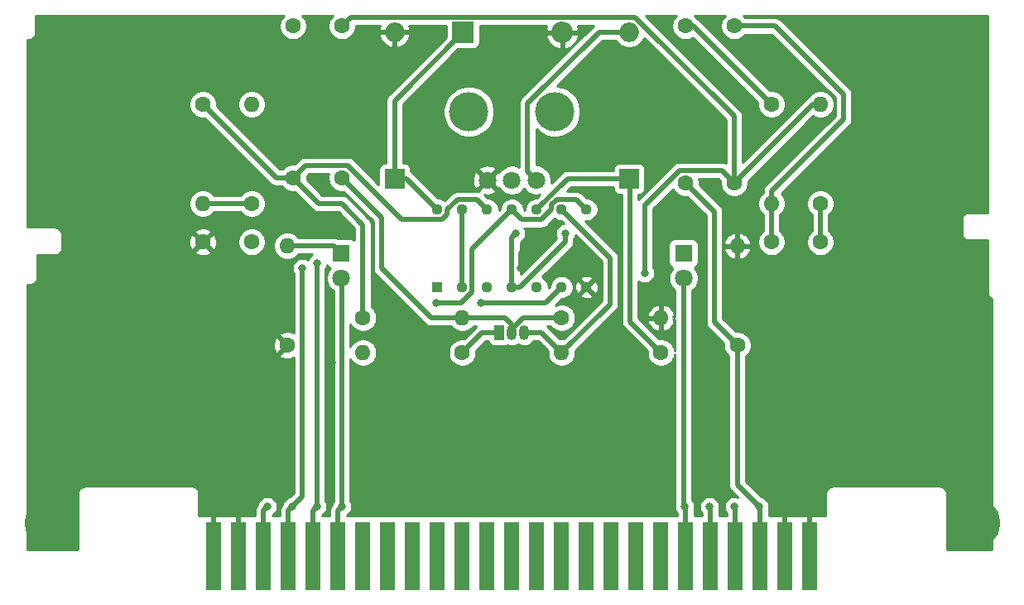
<source format=gbr>
G04 #@! TF.GenerationSoftware,KiCad,Pcbnew,(5.1.7)-1*
G04 #@! TF.CreationDate,2021-09-25T21:35:04-05:00*
G04 #@! TF.ProjectId,ConsolePedal8Bitar,436f6e73-6f6c-4655-9065-64616c384269,rev?*
G04 #@! TF.SameCoordinates,Original*
G04 #@! TF.FileFunction,Copper,L1,Top*
G04 #@! TF.FilePolarity,Positive*
%FSLAX46Y46*%
G04 Gerber Fmt 4.6, Leading zero omitted, Abs format (unit mm)*
G04 Created by KiCad (PCBNEW (5.1.7)-1) date 2021-09-25 21:35:04*
%MOMM*%
%LPD*%
G01*
G04 APERTURE LIST*
G04 #@! TA.AperFunction,ComponentPad*
%ADD10R,1.800000X1.800000*%
G04 #@! TD*
G04 #@! TA.AperFunction,ComponentPad*
%ADD11C,1.800000*%
G04 #@! TD*
G04 #@! TA.AperFunction,ComponentPad*
%ADD12C,5.000000*%
G04 #@! TD*
G04 #@! TA.AperFunction,ComponentPad*
%ADD13C,1.600000*%
G04 #@! TD*
G04 #@! TA.AperFunction,ComponentPad*
%ADD14O,1.600000X1.600000*%
G04 #@! TD*
G04 #@! TA.AperFunction,ComponentPad*
%ADD15O,2.000000X2.000000*%
G04 #@! TD*
G04 #@! TA.AperFunction,ComponentPad*
%ADD16R,2.000000X2.000000*%
G04 #@! TD*
G04 #@! TA.AperFunction,ComponentPad*
%ADD17R,2.200000X2.200000*%
G04 #@! TD*
G04 #@! TA.AperFunction,ComponentPad*
%ADD18O,2.200000X2.200000*%
G04 #@! TD*
G04 #@! TA.AperFunction,ComponentPad*
%ADD19R,1.130000X1.130000*%
G04 #@! TD*
G04 #@! TA.AperFunction,ComponentPad*
%ADD20C,1.130000*%
G04 #@! TD*
G04 #@! TA.AperFunction,ComponentPad*
%ADD21O,1.050000X1.500000*%
G04 #@! TD*
G04 #@! TA.AperFunction,ComponentPad*
%ADD22R,1.050000X1.500000*%
G04 #@! TD*
G04 #@! TA.AperFunction,WasherPad*
%ADD23C,4.000000*%
G04 #@! TD*
G04 #@! TA.AperFunction,ConnectorPad*
%ADD24R,1.500000X7.000000*%
G04 #@! TD*
G04 #@! TA.AperFunction,ViaPad*
%ADD25C,0.800000*%
G04 #@! TD*
G04 #@! TA.AperFunction,Conductor*
%ADD26C,0.500000*%
G04 #@! TD*
G04 #@! TA.AperFunction,Conductor*
%ADD27C,0.254000*%
G04 #@! TD*
G04 #@! TA.AperFunction,Conductor*
%ADD28C,0.100000*%
G04 #@! TD*
G04 APERTURE END LIST*
D10*
G04 #@! TO.P,D1,1*
G04 #@! TO.N,Net-(D1-Pad1)*
X115250000Y-95000000D03*
D11*
G04 #@! TO.P,D1,2*
G04 #@! TO.N,/LEDPower*
X115250000Y-97540000D03*
G04 #@! TD*
G04 #@! TO.P,D2,2*
G04 #@! TO.N,/LEDPower*
X150250000Y-97540000D03*
D10*
G04 #@! TO.P,D2,1*
G04 #@! TO.N,Net-(D1-Pad1)*
X150250000Y-95000000D03*
G04 #@! TD*
D12*
G04 #@! TO.P,H1,1*
G04 #@! TO.N,GND*
X85350000Y-122600000D03*
G04 #@! TD*
G04 #@! TO.P,H2,1*
G04 #@! TO.N,GND*
X180150000Y-122600000D03*
G04 #@! TD*
D13*
G04 #@! TO.P,R3,1*
G04 #@! TO.N,GND*
X109728000Y-104394000D03*
D14*
G04 #@! TO.P,R3,2*
G04 #@! TO.N,Net-(D1-Pad1)*
X109728000Y-94234000D03*
G04 #@! TD*
D13*
G04 #@! TO.P,C1,1*
G04 #@! TO.N,/pin5*
X155448000Y-87776000D03*
G04 #@! TO.P,C1,2*
G04 #@! TO.N,/Input*
X150448000Y-87776000D03*
G04 #@! TD*
G04 #@! TO.P,C2,2*
G04 #@! TO.N,/pin5*
X115316000Y-71736000D03*
G04 #@! TO.P,C2,1*
G04 #@! TO.N,/pin6*
X110316000Y-71736000D03*
G04 #@! TD*
G04 #@! TO.P,C3,1*
G04 #@! TO.N,/pin3*
X159258000Y-93834000D03*
G04 #@! TO.P,C3,2*
G04 #@! TO.N,/pin6*
X164258000Y-93834000D03*
G04 #@! TD*
G04 #@! TO.P,C4,2*
G04 #@! TO.N,/pin3*
X155448000Y-71736000D03*
G04 #@! TO.P,C4,1*
G04 #@! TO.N,/pin4*
X150448000Y-71736000D03*
G04 #@! TD*
D15*
G04 #@! TO.P,C5,2*
G04 #@! TO.N,GND*
X120715000Y-72376000D03*
D16*
G04 #@! TO.P,C5,1*
G04 #@! TO.N,+9V*
X120715000Y-87376000D03*
G04 #@! TD*
G04 #@! TO.P,C8,1*
G04 #@! TO.N,/pin10*
X144715000Y-87376000D03*
D15*
G04 #@! TO.P,C8,2*
G04 #@! TO.N,Net-(C8-Pad2)*
X144715000Y-72376000D03*
G04 #@! TD*
D17*
G04 #@! TO.P,D3,1*
G04 #@! TO.N,+9V*
X127698500Y-72390000D03*
D18*
G04 #@! TO.P,D3,2*
G04 #@! TO.N,GND*
X137858500Y-72390000D03*
G04 #@! TD*
D19*
G04 #@! TO.P,IC1,1*
G04 #@! TO.N,/pin1*
X125095000Y-98458000D03*
D20*
G04 #@! TO.P,IC1,2*
G04 #@! TO.N,/pin13*
X127635000Y-98458000D03*
G04 #@! TO.P,IC1,3*
G04 #@! TO.N,/pin3*
X130175000Y-98458000D03*
G04 #@! TO.P,IC1,4*
G04 #@! TO.N,/pin4*
X132715000Y-98458000D03*
G04 #@! TO.P,IC1,5*
G04 #@! TO.N,/pin5*
X135255000Y-98458000D03*
G04 #@! TO.P,IC1,6*
G04 #@! TO.N,/pin6*
X137795000Y-98458000D03*
G04 #@! TO.P,IC1,7*
G04 #@! TO.N,GND*
X140335000Y-98458000D03*
G04 #@! TO.P,IC1,8*
G04 #@! TO.N,/pin11*
X140335000Y-90518000D03*
G04 #@! TO.P,IC1,9*
G04 #@! TO.N,/pin9*
X137795000Y-90518000D03*
G04 #@! TO.P,IC1,10*
G04 #@! TO.N,/pin10*
X135255000Y-90518000D03*
G04 #@! TO.P,IC1,11*
G04 #@! TO.N,/pin11*
X132715000Y-90518000D03*
G04 #@! TO.P,IC1,12*
G04 #@! TO.N,/pin12*
X130175000Y-90518000D03*
G04 #@! TO.P,IC1,13*
G04 #@! TO.N,/pin13*
X127635000Y-90518000D03*
G04 #@! TO.P,IC1,14*
G04 #@! TO.N,+9V*
X125095000Y-90518000D03*
G04 #@! TD*
D21*
G04 #@! TO.P,Q1,2*
G04 #@! TO.N,Net-(C6-Pad1)*
X132715000Y-103124000D03*
G04 #@! TO.P,Q1,3*
G04 #@! TO.N,/pin9*
X133985000Y-103124000D03*
D22*
G04 #@! TO.P,Q1,1*
G04 #@! TO.N,Net-(C7-Pad2)*
X131445000Y-103124000D03*
G04 #@! TD*
D13*
G04 #@! TO.P,R1,1*
G04 #@! TO.N,/Input*
X155765500Y-104394000D03*
D14*
G04 #@! TO.P,R1,2*
G04 #@! TO.N,GND*
X155765500Y-94234000D03*
G04 #@! TD*
D13*
G04 #@! TO.P,R2,1*
G04 #@! TO.N,/pin6*
X164258000Y-89916000D03*
D14*
G04 #@! TO.P,R2,2*
G04 #@! TO.N,/pin5*
X164258000Y-79756000D03*
G04 #@! TD*
G04 #@! TO.P,R4,2*
G04 #@! TO.N,/pin3*
X159258000Y-89916000D03*
D13*
G04 #@! TO.P,R4,1*
G04 #@! TO.N,/pin4*
X159258000Y-79756000D03*
G04 #@! TD*
G04 #@! TO.P,R5,1*
G04 #@! TO.N,/pin1*
X106092000Y-89916000D03*
D14*
G04 #@! TO.P,R5,2*
G04 #@! TO.N,/pin4*
X106092000Y-79756000D03*
G04 #@! TD*
G04 #@! TO.P,R6,2*
G04 #@! TO.N,/pin1*
X101092000Y-89916000D03*
D13*
G04 #@! TO.P,R6,1*
G04 #@! TO.N,/pin12*
X101092000Y-79756000D03*
G04 #@! TD*
G04 #@! TO.P,R7,1*
G04 #@! TO.N,/pin12*
X117475000Y-101600000D03*
D14*
G04 #@! TO.P,R7,2*
G04 #@! TO.N,Net-(C6-Pad1)*
X127635000Y-101600000D03*
G04 #@! TD*
D13*
G04 #@! TO.P,R8,1*
G04 #@! TO.N,Net-(C6-Pad1)*
X137795000Y-101600000D03*
D14*
G04 #@! TO.P,R8,2*
G04 #@! TO.N,GND*
X147955000Y-101600000D03*
G04 #@! TD*
G04 #@! TO.P,R9,2*
G04 #@! TO.N,/pin9*
X137795000Y-105156000D03*
D13*
G04 #@! TO.P,R9,1*
G04 #@! TO.N,/pin10*
X147955000Y-105156000D03*
G04 #@! TD*
D14*
G04 #@! TO.P,R10,2*
G04 #@! TO.N,/pin11*
X117475000Y-105156000D03*
D13*
G04 #@! TO.P,R10,1*
G04 #@! TO.N,Net-(C7-Pad2)*
X127635000Y-105156000D03*
G04 #@! TD*
D11*
G04 #@! TO.P,RV1,3*
G04 #@! TO.N,GND*
X130215000Y-87500000D03*
G04 #@! TO.P,RV1,2*
G04 #@! TO.N,/Output*
X132715000Y-87500000D03*
G04 #@! TO.P,RV1,1*
G04 #@! TO.N,Net-(C8-Pad2)*
X135215000Y-87500000D03*
D23*
G04 #@! TO.P,RV1,*
G04 #@! TO.N,*
X128315000Y-80500000D03*
X137115000Y-80500000D03*
G04 #@! TD*
D13*
G04 #@! TO.P,C6,2*
G04 #@! TO.N,/pin12*
X110316000Y-87268000D03*
G04 #@! TO.P,C6,1*
G04 #@! TO.N,Net-(C6-Pad1)*
X115316000Y-87268000D03*
G04 #@! TD*
G04 #@! TO.P,C7,1*
G04 #@! TO.N,GND*
X101092000Y-93834000D03*
G04 #@! TO.P,C7,2*
G04 #@! TO.N,Net-(C7-Pad2)*
X106092000Y-93834000D03*
G04 #@! TD*
D24*
G04 #@! TO.P,J1,25*
G04 #@! TO.N,GND*
X163195000Y-126000000D03*
G04 #@! TO.P,J1,24*
X160655000Y-126000000D03*
G04 #@! TO.P,J1,23*
G04 #@! TO.N,/Input*
X158115000Y-126000000D03*
G04 #@! TO.P,J1,22*
G04 #@! TO.N,/Output*
X155575000Y-126000000D03*
G04 #@! TO.P,J1,21*
G04 #@! TO.N,+9V*
X153035000Y-126000000D03*
G04 #@! TO.P,J1,20*
G04 #@! TO.N,/LEDPower*
X150495000Y-126000000D03*
G04 #@! TO.P,J1,19*
G04 #@! TO.N,N/C*
X147955000Y-126000000D03*
G04 #@! TO.P,J1,18*
X145415000Y-126000000D03*
G04 #@! TO.P,J1,17*
X142875000Y-126000000D03*
G04 #@! TO.P,J1,16*
X140335000Y-126000000D03*
G04 #@! TO.P,J1,15*
X137795000Y-126000000D03*
G04 #@! TO.P,J1,14*
X135255000Y-126000000D03*
G04 #@! TO.P,J1,13*
X132715000Y-126000000D03*
G04 #@! TO.P,J1,12*
X130175000Y-126000000D03*
G04 #@! TO.P,J1,11*
X127635000Y-126000000D03*
G04 #@! TO.P,J1,10*
X125095000Y-126000000D03*
G04 #@! TO.P,J1,9*
X122555000Y-126000000D03*
G04 #@! TO.P,J1,8*
X120015000Y-126000000D03*
G04 #@! TO.P,J1,7*
X117475000Y-126000000D03*
G04 #@! TO.P,J1,6*
G04 #@! TO.N,/LEDPower*
X114935000Y-126000000D03*
G04 #@! TO.P,J1,5*
G04 #@! TO.N,+9V*
X112395000Y-126000000D03*
G04 #@! TO.P,J1,4*
G04 #@! TO.N,/Output*
X109855000Y-126000000D03*
G04 #@! TO.P,J1,3*
G04 #@! TO.N,/Input*
X107315000Y-126000000D03*
G04 #@! TO.P,J1,2*
G04 #@! TO.N,GND*
X104775000Y-126000000D03*
G04 #@! TO.P,J1,1*
X102235000Y-126000000D03*
G04 #@! TD*
D25*
G04 #@! TO.N,GND*
X105156000Y-120904000D03*
X102616000Y-120904000D03*
X160528000Y-120904000D03*
X163068000Y-120904000D03*
X131572000Y-106172000D03*
X134112000Y-106172000D03*
X114300000Y-106172000D03*
X109220000Y-97028000D03*
X133604000Y-96520000D03*
X141732000Y-79756000D03*
X147828000Y-79756000D03*
X135636000Y-92964000D03*
X147828000Y-97028000D03*
X156972000Y-97028000D03*
X140208000Y-101092000D03*
G04 #@! TO.N,/LEDPower*
X115316000Y-120904000D03*
X150368000Y-120904000D03*
G04 #@! TO.N,/Input*
X107696000Y-120904000D03*
X157988000Y-120904000D03*
G04 #@! TO.N,/Output*
X110236000Y-120904000D03*
X155448000Y-120904000D03*
X111252000Y-96520000D03*
G04 #@! TO.N,+9V*
X112776000Y-120904000D03*
X152908000Y-120904000D03*
X112776000Y-96012000D03*
G04 #@! TO.N,/pin5*
X146304000Y-97028000D03*
G04 #@! TO.N,/pin6*
X129540000Y-100076000D03*
G04 #@! TO.N,/pin4*
X138176000Y-92964000D03*
X133096000Y-92964000D03*
G04 #@! TO.N,/pin11*
X124968000Y-100076000D03*
G04 #@! TD*
D26*
G04 #@! TO.N,GND*
X104775000Y-121285000D02*
X105156000Y-120904000D01*
X104775000Y-126000000D02*
X104775000Y-121285000D01*
X102235000Y-121285000D02*
X102616000Y-120904000D01*
X102235000Y-126000000D02*
X102235000Y-121285000D01*
X160655000Y-121031000D02*
X160528000Y-120904000D01*
X160655000Y-126000000D02*
X160655000Y-121031000D01*
X163195000Y-121031000D02*
X163068000Y-120904000D01*
X163195000Y-126000000D02*
X163195000Y-121031000D01*
X133604000Y-94996000D02*
X135636000Y-92964000D01*
X133604000Y-96520000D02*
X133604000Y-94996000D01*
G04 #@! TO.N,/LEDPower*
X114935000Y-121285000D02*
X115316000Y-120904000D01*
X114935000Y-126000000D02*
X114935000Y-121285000D01*
X150495000Y-121031000D02*
X150368000Y-120904000D01*
X150495000Y-126000000D02*
X150495000Y-121031000D01*
X115316000Y-97606000D02*
X115250000Y-97540000D01*
X115316000Y-120904000D02*
X115316000Y-97606000D01*
X150250000Y-120786000D02*
X150368000Y-120904000D01*
X150250000Y-97540000D02*
X150250000Y-120786000D01*
G04 #@! TO.N,/Input*
X107315000Y-121285000D02*
X107696000Y-120904000D01*
X107315000Y-126000000D02*
X107315000Y-121285000D01*
X158115000Y-121031000D02*
X157988000Y-120904000D01*
X158115000Y-126000000D02*
X158115000Y-121031000D01*
X155765500Y-118681500D02*
X157988000Y-120904000D01*
X155765500Y-104394000D02*
X155765500Y-118681500D01*
X153416000Y-102044500D02*
X153416000Y-90744000D01*
X153416000Y-90744000D02*
X150448000Y-87776000D01*
X155765500Y-104394000D02*
X153416000Y-102044500D01*
G04 #@! TO.N,/Output*
X109855000Y-121285000D02*
X110236000Y-120904000D01*
X109855000Y-126000000D02*
X109855000Y-121285000D01*
X155575000Y-121031000D02*
X155448000Y-120904000D01*
X155575000Y-126000000D02*
X155575000Y-121031000D01*
X111252000Y-119888000D02*
X111252000Y-96520000D01*
X110236000Y-120904000D02*
X111252000Y-119888000D01*
G04 #@! TO.N,+9V*
X112395000Y-121285000D02*
X112776000Y-120904000D01*
X112395000Y-126000000D02*
X112395000Y-121285000D01*
X153035000Y-121031000D02*
X152908000Y-120904000D01*
X153035000Y-126000000D02*
X153035000Y-121031000D01*
X121953000Y-87376000D02*
X125095000Y-90518000D01*
X120715000Y-87376000D02*
X121953000Y-87376000D01*
X120715000Y-79373500D02*
X127698500Y-72390000D01*
X120715000Y-87376000D02*
X120715000Y-79373500D01*
X112776000Y-120904000D02*
X112776000Y-96012000D01*
G04 #@! TO.N,Net-(D1-Pad1)*
X114484000Y-94234000D02*
X115250000Y-95000000D01*
X109728000Y-94234000D02*
X114484000Y-94234000D01*
G04 #@! TO.N,/pin5*
X163468000Y-79756000D02*
X164258000Y-79756000D01*
X155448000Y-87776000D02*
X163468000Y-79756000D01*
X146304000Y-90069998D02*
X146304000Y-97028000D01*
X149847999Y-86525999D02*
X146304000Y-90069998D01*
X154197999Y-86525999D02*
X149847999Y-86525999D01*
X155448000Y-87776000D02*
X154197999Y-86525999D01*
X116212001Y-70839999D02*
X115316000Y-71736000D01*
X145325001Y-70839999D02*
X116212001Y-70839999D01*
X155448000Y-80962998D02*
X145325001Y-70839999D01*
X155448000Y-87776000D02*
X155448000Y-80962998D01*
G04 #@! TO.N,/pin6*
X164258000Y-89916000D02*
X164258000Y-93834000D01*
X136177000Y-100076000D02*
X129540000Y-100076000D01*
X137795000Y-98458000D02*
X136177000Y-100076000D01*
G04 #@! TO.N,/pin3*
X159258000Y-93834000D02*
X159258000Y-89916000D01*
X159258000Y-89916000D02*
X159258000Y-88646000D01*
X159258000Y-88646000D02*
X166624000Y-81280000D01*
X166624000Y-81280000D02*
X166624000Y-78740000D01*
X159620000Y-71736000D02*
X155448000Y-71736000D01*
X166624000Y-78740000D02*
X159620000Y-71736000D01*
G04 #@! TO.N,/pin4*
X151238000Y-71736000D02*
X150448000Y-71736000D01*
X159258000Y-79756000D02*
X151238000Y-71736000D01*
X133514030Y-98458000D02*
X138176000Y-93796030D01*
X138176000Y-93796030D02*
X138176000Y-92964000D01*
X132715000Y-98458000D02*
X133514030Y-98458000D01*
X132715000Y-93345000D02*
X133096000Y-92964000D01*
X132715000Y-98458000D02*
X132715000Y-93345000D01*
G04 #@! TO.N,/pin12*
X108604000Y-87268000D02*
X101092000Y-79756000D01*
X110316000Y-87268000D02*
X108604000Y-87268000D01*
X117475000Y-101600000D02*
X117475000Y-92075000D01*
X117475000Y-92075000D02*
X115316000Y-89916000D01*
X112964000Y-89916000D02*
X110316000Y-87268000D01*
X115316000Y-89916000D02*
X112964000Y-89916000D01*
X121431003Y-91533001D02*
X115916001Y-86017999D01*
X115916001Y-86017999D02*
X111566001Y-86017999D01*
X125582201Y-91533001D02*
X121431003Y-91533001D01*
X126110001Y-91005201D02*
X125582201Y-91533001D01*
X111566001Y-86017999D02*
X110316000Y-87268000D01*
X126110001Y-90540797D02*
X126110001Y-91005201D01*
X129159999Y-89502999D02*
X127147799Y-89502999D01*
X127147799Y-89502999D02*
X126110001Y-90540797D01*
X130175000Y-90518000D02*
X129159999Y-89502999D01*
G04 #@! TO.N,Net-(C6-Pad1)*
X132006002Y-101600000D02*
X127635000Y-101600000D01*
X132715000Y-102308998D02*
X132006002Y-101600000D01*
X132715000Y-103124000D02*
X132715000Y-102308998D01*
X133905128Y-101600000D02*
X137795000Y-101600000D01*
X132715000Y-102790128D02*
X133905128Y-101600000D01*
X132715000Y-103124000D02*
X132715000Y-102790128D01*
X127635000Y-101600000D02*
X124460000Y-101600000D01*
X124460000Y-101600000D02*
X119380000Y-96520000D01*
X119380000Y-91332000D02*
X115316000Y-87268000D01*
X119380000Y-96520000D02*
X119380000Y-91332000D01*
G04 #@! TO.N,Net-(C7-Pad2)*
X129667000Y-103124000D02*
X127635000Y-105156000D01*
X131445000Y-103124000D02*
X129667000Y-103124000D01*
G04 #@! TO.N,/pin10*
X138397000Y-87376000D02*
X144715000Y-87376000D01*
X135255000Y-90518000D02*
X138397000Y-87376000D01*
X147955000Y-105156000D02*
X144780000Y-101981000D01*
X144780000Y-87441000D02*
X144715000Y-87376000D01*
X144780000Y-101981000D02*
X144780000Y-87441000D01*
G04 #@! TO.N,Net-(C8-Pad2)*
X141612998Y-72376000D02*
X144715000Y-72376000D01*
X134315001Y-79673997D02*
X141612998Y-72376000D01*
X134315001Y-86600001D02*
X134315001Y-79673997D01*
X135215000Y-87500000D02*
X134315001Y-86600001D01*
G04 #@! TO.N,/pin1*
X101092000Y-89916000D02*
X106092000Y-89916000D01*
G04 #@! TO.N,/pin13*
X127635000Y-98458000D02*
X127635000Y-90518000D01*
G04 #@! TO.N,/pin11*
X139319999Y-89502999D02*
X140335000Y-90518000D01*
X136779999Y-90030799D02*
X137307799Y-89502999D01*
X136779999Y-90495203D02*
X136779999Y-90030799D01*
X135742201Y-91533001D02*
X136779999Y-90495203D01*
X133730001Y-91533001D02*
X135742201Y-91533001D01*
X137307799Y-89502999D02*
X139319999Y-89502999D01*
X132715000Y-90518000D02*
X133730001Y-91533001D01*
X127519202Y-100076000D02*
X124968000Y-100076000D01*
X128650001Y-98945201D02*
X127519202Y-100076000D01*
X128650001Y-94582999D02*
X128650001Y-98945201D01*
X132715000Y-90518000D02*
X128650001Y-94582999D01*
G04 #@! TO.N,/pin9*
X135763000Y-103124000D02*
X137795000Y-105156000D01*
X133985000Y-103124000D02*
X135763000Y-103124000D01*
X137795000Y-105156000D02*
X142748000Y-100203000D01*
X142748000Y-95471000D02*
X137795000Y-90518000D01*
X142748000Y-100203000D02*
X142748000Y-95471000D01*
G04 #@! TD*
D27*
G04 #@! TO.N,GND*
X149339576Y-70826340D02*
X149183409Y-71060062D01*
X149075838Y-71319759D01*
X149021000Y-71595453D01*
X149021000Y-71876547D01*
X149075838Y-72152241D01*
X149183409Y-72411938D01*
X149339576Y-72645660D01*
X149538340Y-72844424D01*
X149772062Y-73000591D01*
X150031759Y-73108162D01*
X150307453Y-73163000D01*
X150588547Y-73163000D01*
X150864241Y-73108162D01*
X151123938Y-73000591D01*
X151206896Y-72945161D01*
X157838663Y-79576929D01*
X157831000Y-79615453D01*
X157831000Y-79896547D01*
X157885838Y-80172241D01*
X157993409Y-80431938D01*
X158149576Y-80665660D01*
X158348340Y-80864424D01*
X158582062Y-81020591D01*
X158841759Y-81128162D01*
X159117453Y-81183000D01*
X159398547Y-81183000D01*
X159674241Y-81128162D01*
X159933938Y-81020591D01*
X160167660Y-80864424D01*
X160366424Y-80665660D01*
X160522591Y-80431938D01*
X160630162Y-80172241D01*
X160685000Y-79896547D01*
X160685000Y-79615453D01*
X160630162Y-79339759D01*
X160522591Y-79080062D01*
X160366424Y-78846340D01*
X160167660Y-78647576D01*
X159933938Y-78491409D01*
X159674241Y-78383838D01*
X159398547Y-78329000D01*
X159117453Y-78329000D01*
X159078929Y-78336663D01*
X151888594Y-71146329D01*
X151861133Y-71112867D01*
X151727592Y-71003273D01*
X151645231Y-70959251D01*
X151556424Y-70826340D01*
X151407084Y-70677000D01*
X154488916Y-70677000D01*
X154339576Y-70826340D01*
X154183409Y-71060062D01*
X154075838Y-71319759D01*
X154021000Y-71595453D01*
X154021000Y-71876547D01*
X154075838Y-72152241D01*
X154183409Y-72411938D01*
X154339576Y-72645660D01*
X154538340Y-72844424D01*
X154772062Y-73000591D01*
X155031759Y-73108162D01*
X155307453Y-73163000D01*
X155588547Y-73163000D01*
X155864241Y-73108162D01*
X156123938Y-73000591D01*
X156357660Y-72844424D01*
X156556424Y-72645660D01*
X156578247Y-72613000D01*
X159256735Y-72613000D01*
X165747001Y-79103267D01*
X165747000Y-80916734D01*
X158668327Y-87995408D01*
X158634868Y-88022867D01*
X158607409Y-88056326D01*
X158607406Y-88056329D01*
X158525274Y-88156408D01*
X158443838Y-88308764D01*
X158393690Y-88474078D01*
X158376757Y-88646000D01*
X158381001Y-88689089D01*
X158381001Y-88785753D01*
X158348340Y-88807576D01*
X158149576Y-89006340D01*
X157993409Y-89240062D01*
X157885838Y-89499759D01*
X157831000Y-89775453D01*
X157831000Y-90056547D01*
X157885838Y-90332241D01*
X157993409Y-90591938D01*
X158149576Y-90825660D01*
X158348340Y-91024424D01*
X158381001Y-91046247D01*
X158381000Y-92703753D01*
X158348340Y-92725576D01*
X158149576Y-92924340D01*
X157993409Y-93158062D01*
X157885838Y-93417759D01*
X157831000Y-93693453D01*
X157831000Y-93974547D01*
X157885838Y-94250241D01*
X157993409Y-94509938D01*
X158149576Y-94743660D01*
X158348340Y-94942424D01*
X158582062Y-95098591D01*
X158841759Y-95206162D01*
X159117453Y-95261000D01*
X159398547Y-95261000D01*
X159674241Y-95206162D01*
X159933938Y-95098591D01*
X160167660Y-94942424D01*
X160366424Y-94743660D01*
X160522591Y-94509938D01*
X160630162Y-94250241D01*
X160685000Y-93974547D01*
X160685000Y-93693453D01*
X160630162Y-93417759D01*
X160522591Y-93158062D01*
X160366424Y-92924340D01*
X160167660Y-92725576D01*
X160135000Y-92703753D01*
X160135000Y-91046247D01*
X160167660Y-91024424D01*
X160366424Y-90825660D01*
X160522591Y-90591938D01*
X160630162Y-90332241D01*
X160685000Y-90056547D01*
X160685000Y-89775453D01*
X162831000Y-89775453D01*
X162831000Y-90056547D01*
X162885838Y-90332241D01*
X162993409Y-90591938D01*
X163149576Y-90825660D01*
X163348340Y-91024424D01*
X163381000Y-91046247D01*
X163381001Y-92703753D01*
X163348340Y-92725576D01*
X163149576Y-92924340D01*
X162993409Y-93158062D01*
X162885838Y-93417759D01*
X162831000Y-93693453D01*
X162831000Y-93974547D01*
X162885838Y-94250241D01*
X162993409Y-94509938D01*
X163149576Y-94743660D01*
X163348340Y-94942424D01*
X163582062Y-95098591D01*
X163841759Y-95206162D01*
X164117453Y-95261000D01*
X164398547Y-95261000D01*
X164674241Y-95206162D01*
X164933938Y-95098591D01*
X165167660Y-94942424D01*
X165366424Y-94743660D01*
X165522591Y-94509938D01*
X165630162Y-94250241D01*
X165685000Y-93974547D01*
X165685000Y-93693453D01*
X165630162Y-93417759D01*
X165522591Y-93158062D01*
X165366424Y-92924340D01*
X165167660Y-92725576D01*
X165135000Y-92703753D01*
X165135000Y-91046247D01*
X165167660Y-91024424D01*
X165366424Y-90825660D01*
X165522591Y-90591938D01*
X165630162Y-90332241D01*
X165685000Y-90056547D01*
X165685000Y-89775453D01*
X165630162Y-89499759D01*
X165522591Y-89240062D01*
X165366424Y-89006340D01*
X165167660Y-88807576D01*
X164933938Y-88651409D01*
X164674241Y-88543838D01*
X164398547Y-88489000D01*
X164117453Y-88489000D01*
X163841759Y-88543838D01*
X163582062Y-88651409D01*
X163348340Y-88807576D01*
X163149576Y-89006340D01*
X162993409Y-89240062D01*
X162885838Y-89499759D01*
X162831000Y-89775453D01*
X160685000Y-89775453D01*
X160630162Y-89499759D01*
X160522591Y-89240062D01*
X160366424Y-89006340D01*
X160252175Y-88892091D01*
X167213675Y-81930591D01*
X167247133Y-81903133D01*
X167356727Y-81769592D01*
X167438162Y-81617237D01*
X167488310Y-81451922D01*
X167501000Y-81323079D01*
X167501000Y-81323078D01*
X167505243Y-81280001D01*
X167501000Y-81236924D01*
X167501000Y-78783079D01*
X167505243Y-78740000D01*
X167488310Y-78568077D01*
X167438162Y-78402763D01*
X167356726Y-78250407D01*
X167274594Y-78150328D01*
X167274592Y-78150326D01*
X167247133Y-78116867D01*
X167213674Y-78089408D01*
X160270594Y-71146329D01*
X160243133Y-71112867D01*
X160109592Y-71003273D01*
X159957237Y-70921838D01*
X159791922Y-70871690D01*
X159663079Y-70859000D01*
X159620000Y-70854757D01*
X159576921Y-70859000D01*
X156578247Y-70859000D01*
X156556424Y-70826340D01*
X156407084Y-70677000D01*
X181323000Y-70677000D01*
X181323001Y-90823000D01*
X179433252Y-90823000D01*
X179400000Y-90819725D01*
X179366748Y-90823000D01*
X179267285Y-90832796D01*
X179139670Y-90871508D01*
X179022059Y-90934372D01*
X178918973Y-91018973D01*
X178834372Y-91122059D01*
X178771508Y-91239670D01*
X178732796Y-91367285D01*
X178719725Y-91500000D01*
X178723001Y-91533262D01*
X178723000Y-92966747D01*
X178719725Y-93000000D01*
X178732796Y-93132715D01*
X178771508Y-93260330D01*
X178834372Y-93377941D01*
X178918973Y-93481027D01*
X179012840Y-93558062D01*
X179022059Y-93565628D01*
X179139670Y-93628492D01*
X179267285Y-93667204D01*
X179400000Y-93680275D01*
X179433252Y-93677000D01*
X181323000Y-93677000D01*
X181323001Y-98966738D01*
X181319725Y-99000000D01*
X181332796Y-99132715D01*
X181371508Y-99260330D01*
X181434372Y-99377941D01*
X181518973Y-99481027D01*
X181622059Y-99565628D01*
X181739670Y-99628492D01*
X181823001Y-99653770D01*
X181823000Y-125323000D01*
X177177000Y-125323000D01*
X177177000Y-119533252D01*
X177180275Y-119500000D01*
X177167204Y-119367285D01*
X177128492Y-119239670D01*
X177065628Y-119122059D01*
X176981027Y-119018973D01*
X176877941Y-118934372D01*
X176760330Y-118871508D01*
X176632715Y-118832796D01*
X176533252Y-118823000D01*
X176500000Y-118819725D01*
X176466748Y-118823000D01*
X165513252Y-118823000D01*
X165480000Y-118819725D01*
X165446748Y-118823000D01*
X165347285Y-118832796D01*
X165219670Y-118871508D01*
X165102059Y-118934372D01*
X164998973Y-119018973D01*
X164914372Y-119122059D01*
X164851508Y-119239670D01*
X164812796Y-119367285D01*
X164799725Y-119500000D01*
X164803001Y-119533262D01*
X164803001Y-121793000D01*
X158992000Y-121793000D01*
X158992000Y-121120780D01*
X159015000Y-121005151D01*
X159015000Y-120802849D01*
X158975533Y-120604435D01*
X158898115Y-120417533D01*
X158785723Y-120249326D01*
X158642674Y-120106277D01*
X158474467Y-119993885D01*
X158287565Y-119916467D01*
X158229103Y-119904838D01*
X156642500Y-118318235D01*
X156642500Y-105524247D01*
X156675160Y-105502424D01*
X156873924Y-105303660D01*
X157030091Y-105069938D01*
X157137662Y-104810241D01*
X157192500Y-104534547D01*
X157192500Y-104253453D01*
X157137662Y-103977759D01*
X157030091Y-103718062D01*
X156873924Y-103484340D01*
X156675160Y-103285576D01*
X156441438Y-103129409D01*
X156181741Y-103021838D01*
X155906047Y-102967000D01*
X155624953Y-102967000D01*
X155586429Y-102974663D01*
X154293000Y-101681235D01*
X154293000Y-94583040D01*
X154373591Y-94583040D01*
X154468430Y-94847881D01*
X154613115Y-95089131D01*
X154802086Y-95297519D01*
X155028080Y-95465037D01*
X155282413Y-95585246D01*
X155416461Y-95625904D01*
X155638500Y-95503915D01*
X155638500Y-94361000D01*
X155892500Y-94361000D01*
X155892500Y-95503915D01*
X156114539Y-95625904D01*
X156248587Y-95585246D01*
X156502920Y-95465037D01*
X156728914Y-95297519D01*
X156917885Y-95089131D01*
X157062570Y-94847881D01*
X157157409Y-94583040D01*
X157036124Y-94361000D01*
X155892500Y-94361000D01*
X155638500Y-94361000D01*
X154494876Y-94361000D01*
X154373591Y-94583040D01*
X154293000Y-94583040D01*
X154293000Y-93884960D01*
X154373591Y-93884960D01*
X154494876Y-94107000D01*
X155638500Y-94107000D01*
X155638500Y-92964085D01*
X155892500Y-92964085D01*
X155892500Y-94107000D01*
X157036124Y-94107000D01*
X157157409Y-93884960D01*
X157062570Y-93620119D01*
X156917885Y-93378869D01*
X156728914Y-93170481D01*
X156502920Y-93002963D01*
X156248587Y-92882754D01*
X156114539Y-92842096D01*
X155892500Y-92964085D01*
X155638500Y-92964085D01*
X155416461Y-92842096D01*
X155282413Y-92882754D01*
X155028080Y-93002963D01*
X154802086Y-93170481D01*
X154613115Y-93378869D01*
X154468430Y-93620119D01*
X154373591Y-93884960D01*
X154293000Y-93884960D01*
X154293000Y-90787079D01*
X154297243Y-90744000D01*
X154280310Y-90572077D01*
X154230162Y-90406763D01*
X154209911Y-90368876D01*
X154148727Y-90254408D01*
X154088288Y-90180763D01*
X154066594Y-90154328D01*
X154066592Y-90154326D01*
X154039133Y-90120867D01*
X154005674Y-90093408D01*
X151867337Y-87955072D01*
X151875000Y-87916547D01*
X151875000Y-87635453D01*
X151828763Y-87402999D01*
X153834734Y-87402999D01*
X154028663Y-87596928D01*
X154021000Y-87635453D01*
X154021000Y-87916547D01*
X154075838Y-88192241D01*
X154183409Y-88451938D01*
X154339576Y-88685660D01*
X154538340Y-88884424D01*
X154772062Y-89040591D01*
X155031759Y-89148162D01*
X155307453Y-89203000D01*
X155588547Y-89203000D01*
X155864241Y-89148162D01*
X156123938Y-89040591D01*
X156357660Y-88884424D01*
X156556424Y-88685660D01*
X156712591Y-88451938D01*
X156820162Y-88192241D01*
X156875000Y-87916547D01*
X156875000Y-87635453D01*
X156867337Y-87596928D01*
X163499105Y-80965161D01*
X163582062Y-81020591D01*
X163841759Y-81128162D01*
X164117453Y-81183000D01*
X164398547Y-81183000D01*
X164674241Y-81128162D01*
X164933938Y-81020591D01*
X165167660Y-80864424D01*
X165366424Y-80665660D01*
X165522591Y-80431938D01*
X165630162Y-80172241D01*
X165685000Y-79896547D01*
X165685000Y-79615453D01*
X165630162Y-79339759D01*
X165522591Y-79080062D01*
X165366424Y-78846340D01*
X165167660Y-78647576D01*
X164933938Y-78491409D01*
X164674241Y-78383838D01*
X164398547Y-78329000D01*
X164117453Y-78329000D01*
X163841759Y-78383838D01*
X163582062Y-78491409D01*
X163348340Y-78647576D01*
X163149576Y-78846340D01*
X163060769Y-78979251D01*
X162978408Y-79023273D01*
X162944788Y-79050864D01*
X162904015Y-79084326D01*
X162844867Y-79132867D01*
X162817408Y-79166326D01*
X156325000Y-85658735D01*
X156325000Y-81006067D01*
X156329242Y-80962997D01*
X156325000Y-80919928D01*
X156325000Y-80919919D01*
X156312310Y-80791076D01*
X156262162Y-80625761D01*
X156180727Y-80473406D01*
X156071133Y-80339865D01*
X156037668Y-80312401D01*
X146402267Y-70677000D01*
X149488916Y-70677000D01*
X149339576Y-70826340D01*
G04 #@! TA.AperFunction,Conductor*
D28*
G36*
X149339576Y-70826340D02*
G01*
X149183409Y-71060062D01*
X149075838Y-71319759D01*
X149021000Y-71595453D01*
X149021000Y-71876547D01*
X149075838Y-72152241D01*
X149183409Y-72411938D01*
X149339576Y-72645660D01*
X149538340Y-72844424D01*
X149772062Y-73000591D01*
X150031759Y-73108162D01*
X150307453Y-73163000D01*
X150588547Y-73163000D01*
X150864241Y-73108162D01*
X151123938Y-73000591D01*
X151206896Y-72945161D01*
X157838663Y-79576929D01*
X157831000Y-79615453D01*
X157831000Y-79896547D01*
X157885838Y-80172241D01*
X157993409Y-80431938D01*
X158149576Y-80665660D01*
X158348340Y-80864424D01*
X158582062Y-81020591D01*
X158841759Y-81128162D01*
X159117453Y-81183000D01*
X159398547Y-81183000D01*
X159674241Y-81128162D01*
X159933938Y-81020591D01*
X160167660Y-80864424D01*
X160366424Y-80665660D01*
X160522591Y-80431938D01*
X160630162Y-80172241D01*
X160685000Y-79896547D01*
X160685000Y-79615453D01*
X160630162Y-79339759D01*
X160522591Y-79080062D01*
X160366424Y-78846340D01*
X160167660Y-78647576D01*
X159933938Y-78491409D01*
X159674241Y-78383838D01*
X159398547Y-78329000D01*
X159117453Y-78329000D01*
X159078929Y-78336663D01*
X151888594Y-71146329D01*
X151861133Y-71112867D01*
X151727592Y-71003273D01*
X151645231Y-70959251D01*
X151556424Y-70826340D01*
X151407084Y-70677000D01*
X154488916Y-70677000D01*
X154339576Y-70826340D01*
X154183409Y-71060062D01*
X154075838Y-71319759D01*
X154021000Y-71595453D01*
X154021000Y-71876547D01*
X154075838Y-72152241D01*
X154183409Y-72411938D01*
X154339576Y-72645660D01*
X154538340Y-72844424D01*
X154772062Y-73000591D01*
X155031759Y-73108162D01*
X155307453Y-73163000D01*
X155588547Y-73163000D01*
X155864241Y-73108162D01*
X156123938Y-73000591D01*
X156357660Y-72844424D01*
X156556424Y-72645660D01*
X156578247Y-72613000D01*
X159256735Y-72613000D01*
X165747001Y-79103267D01*
X165747000Y-80916734D01*
X158668327Y-87995408D01*
X158634868Y-88022867D01*
X158607409Y-88056326D01*
X158607406Y-88056329D01*
X158525274Y-88156408D01*
X158443838Y-88308764D01*
X158393690Y-88474078D01*
X158376757Y-88646000D01*
X158381001Y-88689089D01*
X158381001Y-88785753D01*
X158348340Y-88807576D01*
X158149576Y-89006340D01*
X157993409Y-89240062D01*
X157885838Y-89499759D01*
X157831000Y-89775453D01*
X157831000Y-90056547D01*
X157885838Y-90332241D01*
X157993409Y-90591938D01*
X158149576Y-90825660D01*
X158348340Y-91024424D01*
X158381001Y-91046247D01*
X158381000Y-92703753D01*
X158348340Y-92725576D01*
X158149576Y-92924340D01*
X157993409Y-93158062D01*
X157885838Y-93417759D01*
X157831000Y-93693453D01*
X157831000Y-93974547D01*
X157885838Y-94250241D01*
X157993409Y-94509938D01*
X158149576Y-94743660D01*
X158348340Y-94942424D01*
X158582062Y-95098591D01*
X158841759Y-95206162D01*
X159117453Y-95261000D01*
X159398547Y-95261000D01*
X159674241Y-95206162D01*
X159933938Y-95098591D01*
X160167660Y-94942424D01*
X160366424Y-94743660D01*
X160522591Y-94509938D01*
X160630162Y-94250241D01*
X160685000Y-93974547D01*
X160685000Y-93693453D01*
X160630162Y-93417759D01*
X160522591Y-93158062D01*
X160366424Y-92924340D01*
X160167660Y-92725576D01*
X160135000Y-92703753D01*
X160135000Y-91046247D01*
X160167660Y-91024424D01*
X160366424Y-90825660D01*
X160522591Y-90591938D01*
X160630162Y-90332241D01*
X160685000Y-90056547D01*
X160685000Y-89775453D01*
X162831000Y-89775453D01*
X162831000Y-90056547D01*
X162885838Y-90332241D01*
X162993409Y-90591938D01*
X163149576Y-90825660D01*
X163348340Y-91024424D01*
X163381000Y-91046247D01*
X163381001Y-92703753D01*
X163348340Y-92725576D01*
X163149576Y-92924340D01*
X162993409Y-93158062D01*
X162885838Y-93417759D01*
X162831000Y-93693453D01*
X162831000Y-93974547D01*
X162885838Y-94250241D01*
X162993409Y-94509938D01*
X163149576Y-94743660D01*
X163348340Y-94942424D01*
X163582062Y-95098591D01*
X163841759Y-95206162D01*
X164117453Y-95261000D01*
X164398547Y-95261000D01*
X164674241Y-95206162D01*
X164933938Y-95098591D01*
X165167660Y-94942424D01*
X165366424Y-94743660D01*
X165522591Y-94509938D01*
X165630162Y-94250241D01*
X165685000Y-93974547D01*
X165685000Y-93693453D01*
X165630162Y-93417759D01*
X165522591Y-93158062D01*
X165366424Y-92924340D01*
X165167660Y-92725576D01*
X165135000Y-92703753D01*
X165135000Y-91046247D01*
X165167660Y-91024424D01*
X165366424Y-90825660D01*
X165522591Y-90591938D01*
X165630162Y-90332241D01*
X165685000Y-90056547D01*
X165685000Y-89775453D01*
X165630162Y-89499759D01*
X165522591Y-89240062D01*
X165366424Y-89006340D01*
X165167660Y-88807576D01*
X164933938Y-88651409D01*
X164674241Y-88543838D01*
X164398547Y-88489000D01*
X164117453Y-88489000D01*
X163841759Y-88543838D01*
X163582062Y-88651409D01*
X163348340Y-88807576D01*
X163149576Y-89006340D01*
X162993409Y-89240062D01*
X162885838Y-89499759D01*
X162831000Y-89775453D01*
X160685000Y-89775453D01*
X160630162Y-89499759D01*
X160522591Y-89240062D01*
X160366424Y-89006340D01*
X160252175Y-88892091D01*
X167213675Y-81930591D01*
X167247133Y-81903133D01*
X167356727Y-81769592D01*
X167438162Y-81617237D01*
X167488310Y-81451922D01*
X167501000Y-81323079D01*
X167501000Y-81323078D01*
X167505243Y-81280001D01*
X167501000Y-81236924D01*
X167501000Y-78783079D01*
X167505243Y-78740000D01*
X167488310Y-78568077D01*
X167438162Y-78402763D01*
X167356726Y-78250407D01*
X167274594Y-78150328D01*
X167274592Y-78150326D01*
X167247133Y-78116867D01*
X167213674Y-78089408D01*
X160270594Y-71146329D01*
X160243133Y-71112867D01*
X160109592Y-71003273D01*
X159957237Y-70921838D01*
X159791922Y-70871690D01*
X159663079Y-70859000D01*
X159620000Y-70854757D01*
X159576921Y-70859000D01*
X156578247Y-70859000D01*
X156556424Y-70826340D01*
X156407084Y-70677000D01*
X181323000Y-70677000D01*
X181323001Y-90823000D01*
X179433252Y-90823000D01*
X179400000Y-90819725D01*
X179366748Y-90823000D01*
X179267285Y-90832796D01*
X179139670Y-90871508D01*
X179022059Y-90934372D01*
X178918973Y-91018973D01*
X178834372Y-91122059D01*
X178771508Y-91239670D01*
X178732796Y-91367285D01*
X178719725Y-91500000D01*
X178723001Y-91533262D01*
X178723000Y-92966747D01*
X178719725Y-93000000D01*
X178732796Y-93132715D01*
X178771508Y-93260330D01*
X178834372Y-93377941D01*
X178918973Y-93481027D01*
X179012840Y-93558062D01*
X179022059Y-93565628D01*
X179139670Y-93628492D01*
X179267285Y-93667204D01*
X179400000Y-93680275D01*
X179433252Y-93677000D01*
X181323000Y-93677000D01*
X181323001Y-98966738D01*
X181319725Y-99000000D01*
X181332796Y-99132715D01*
X181371508Y-99260330D01*
X181434372Y-99377941D01*
X181518973Y-99481027D01*
X181622059Y-99565628D01*
X181739670Y-99628492D01*
X181823001Y-99653770D01*
X181823000Y-125323000D01*
X177177000Y-125323000D01*
X177177000Y-119533252D01*
X177180275Y-119500000D01*
X177167204Y-119367285D01*
X177128492Y-119239670D01*
X177065628Y-119122059D01*
X176981027Y-119018973D01*
X176877941Y-118934372D01*
X176760330Y-118871508D01*
X176632715Y-118832796D01*
X176533252Y-118823000D01*
X176500000Y-118819725D01*
X176466748Y-118823000D01*
X165513252Y-118823000D01*
X165480000Y-118819725D01*
X165446748Y-118823000D01*
X165347285Y-118832796D01*
X165219670Y-118871508D01*
X165102059Y-118934372D01*
X164998973Y-119018973D01*
X164914372Y-119122059D01*
X164851508Y-119239670D01*
X164812796Y-119367285D01*
X164799725Y-119500000D01*
X164803001Y-119533262D01*
X164803001Y-121793000D01*
X158992000Y-121793000D01*
X158992000Y-121120780D01*
X159015000Y-121005151D01*
X159015000Y-120802849D01*
X158975533Y-120604435D01*
X158898115Y-120417533D01*
X158785723Y-120249326D01*
X158642674Y-120106277D01*
X158474467Y-119993885D01*
X158287565Y-119916467D01*
X158229103Y-119904838D01*
X156642500Y-118318235D01*
X156642500Y-105524247D01*
X156675160Y-105502424D01*
X156873924Y-105303660D01*
X157030091Y-105069938D01*
X157137662Y-104810241D01*
X157192500Y-104534547D01*
X157192500Y-104253453D01*
X157137662Y-103977759D01*
X157030091Y-103718062D01*
X156873924Y-103484340D01*
X156675160Y-103285576D01*
X156441438Y-103129409D01*
X156181741Y-103021838D01*
X155906047Y-102967000D01*
X155624953Y-102967000D01*
X155586429Y-102974663D01*
X154293000Y-101681235D01*
X154293000Y-94583040D01*
X154373591Y-94583040D01*
X154468430Y-94847881D01*
X154613115Y-95089131D01*
X154802086Y-95297519D01*
X155028080Y-95465037D01*
X155282413Y-95585246D01*
X155416461Y-95625904D01*
X155638500Y-95503915D01*
X155638500Y-94361000D01*
X155892500Y-94361000D01*
X155892500Y-95503915D01*
X156114539Y-95625904D01*
X156248587Y-95585246D01*
X156502920Y-95465037D01*
X156728914Y-95297519D01*
X156917885Y-95089131D01*
X157062570Y-94847881D01*
X157157409Y-94583040D01*
X157036124Y-94361000D01*
X155892500Y-94361000D01*
X155638500Y-94361000D01*
X154494876Y-94361000D01*
X154373591Y-94583040D01*
X154293000Y-94583040D01*
X154293000Y-93884960D01*
X154373591Y-93884960D01*
X154494876Y-94107000D01*
X155638500Y-94107000D01*
X155638500Y-92964085D01*
X155892500Y-92964085D01*
X155892500Y-94107000D01*
X157036124Y-94107000D01*
X157157409Y-93884960D01*
X157062570Y-93620119D01*
X156917885Y-93378869D01*
X156728914Y-93170481D01*
X156502920Y-93002963D01*
X156248587Y-92882754D01*
X156114539Y-92842096D01*
X155892500Y-92964085D01*
X155638500Y-92964085D01*
X155416461Y-92842096D01*
X155282413Y-92882754D01*
X155028080Y-93002963D01*
X154802086Y-93170481D01*
X154613115Y-93378869D01*
X154468430Y-93620119D01*
X154373591Y-93884960D01*
X154293000Y-93884960D01*
X154293000Y-90787079D01*
X154297243Y-90744000D01*
X154280310Y-90572077D01*
X154230162Y-90406763D01*
X154209911Y-90368876D01*
X154148727Y-90254408D01*
X154088288Y-90180763D01*
X154066594Y-90154328D01*
X154066592Y-90154326D01*
X154039133Y-90120867D01*
X154005674Y-90093408D01*
X151867337Y-87955072D01*
X151875000Y-87916547D01*
X151875000Y-87635453D01*
X151828763Y-87402999D01*
X153834734Y-87402999D01*
X154028663Y-87596928D01*
X154021000Y-87635453D01*
X154021000Y-87916547D01*
X154075838Y-88192241D01*
X154183409Y-88451938D01*
X154339576Y-88685660D01*
X154538340Y-88884424D01*
X154772062Y-89040591D01*
X155031759Y-89148162D01*
X155307453Y-89203000D01*
X155588547Y-89203000D01*
X155864241Y-89148162D01*
X156123938Y-89040591D01*
X156357660Y-88884424D01*
X156556424Y-88685660D01*
X156712591Y-88451938D01*
X156820162Y-88192241D01*
X156875000Y-87916547D01*
X156875000Y-87635453D01*
X156867337Y-87596928D01*
X163499105Y-80965161D01*
X163582062Y-81020591D01*
X163841759Y-81128162D01*
X164117453Y-81183000D01*
X164398547Y-81183000D01*
X164674241Y-81128162D01*
X164933938Y-81020591D01*
X165167660Y-80864424D01*
X165366424Y-80665660D01*
X165522591Y-80431938D01*
X165630162Y-80172241D01*
X165685000Y-79896547D01*
X165685000Y-79615453D01*
X165630162Y-79339759D01*
X165522591Y-79080062D01*
X165366424Y-78846340D01*
X165167660Y-78647576D01*
X164933938Y-78491409D01*
X164674241Y-78383838D01*
X164398547Y-78329000D01*
X164117453Y-78329000D01*
X163841759Y-78383838D01*
X163582062Y-78491409D01*
X163348340Y-78647576D01*
X163149576Y-78846340D01*
X163060769Y-78979251D01*
X162978408Y-79023273D01*
X162944788Y-79050864D01*
X162904015Y-79084326D01*
X162844867Y-79132867D01*
X162817408Y-79166326D01*
X156325000Y-85658735D01*
X156325000Y-81006067D01*
X156329242Y-80962997D01*
X156325000Y-80919928D01*
X156325000Y-80919919D01*
X156312310Y-80791076D01*
X156262162Y-80625761D01*
X156180727Y-80473406D01*
X156071133Y-80339865D01*
X156037668Y-80312401D01*
X146402267Y-70677000D01*
X149488916Y-70677000D01*
X149339576Y-70826340D01*
G37*
G04 #@! TD.AperFunction*
D27*
X109207576Y-70826340D02*
X109051409Y-71060062D01*
X108943838Y-71319759D01*
X108889000Y-71595453D01*
X108889000Y-71876547D01*
X108943838Y-72152241D01*
X109051409Y-72411938D01*
X109207576Y-72645660D01*
X109406340Y-72844424D01*
X109640062Y-73000591D01*
X109899759Y-73108162D01*
X110175453Y-73163000D01*
X110456547Y-73163000D01*
X110732241Y-73108162D01*
X110991938Y-73000591D01*
X111225660Y-72844424D01*
X111424424Y-72645660D01*
X111580591Y-72411938D01*
X111688162Y-72152241D01*
X111743000Y-71876547D01*
X111743000Y-71595453D01*
X111688162Y-71319759D01*
X111580591Y-71060062D01*
X111424424Y-70826340D01*
X111275084Y-70677000D01*
X114356916Y-70677000D01*
X114207576Y-70826340D01*
X114051409Y-71060062D01*
X113943838Y-71319759D01*
X113889000Y-71595453D01*
X113889000Y-71876547D01*
X113943838Y-72152241D01*
X114051409Y-72411938D01*
X114207576Y-72645660D01*
X114406340Y-72844424D01*
X114640062Y-73000591D01*
X114899759Y-73108162D01*
X115175453Y-73163000D01*
X115456547Y-73163000D01*
X115732241Y-73108162D01*
X115991938Y-73000591D01*
X116225660Y-72844424D01*
X116313649Y-72756435D01*
X119124871Y-72756435D01*
X119229644Y-73059344D01*
X119391499Y-73335992D01*
X119604215Y-73575748D01*
X119859618Y-73769399D01*
X120147893Y-73909502D01*
X120334566Y-73966124D01*
X120588000Y-73846777D01*
X120588000Y-72503000D01*
X120842000Y-72503000D01*
X120842000Y-73846777D01*
X121095434Y-73966124D01*
X121282107Y-73909502D01*
X121570382Y-73769399D01*
X121825785Y-73575748D01*
X122038501Y-73335992D01*
X122200356Y-73059344D01*
X122305129Y-72756435D01*
X122186315Y-72503000D01*
X120842000Y-72503000D01*
X120588000Y-72503000D01*
X119243685Y-72503000D01*
X119124871Y-72756435D01*
X116313649Y-72756435D01*
X116424424Y-72645660D01*
X116580591Y-72411938D01*
X116688162Y-72152241D01*
X116743000Y-71876547D01*
X116743000Y-71716999D01*
X119221224Y-71716999D01*
X119124871Y-71995565D01*
X119243685Y-72249000D01*
X120588000Y-72249000D01*
X120588000Y-72229000D01*
X120842000Y-72229000D01*
X120842000Y-72249000D01*
X122186315Y-72249000D01*
X122305129Y-71995565D01*
X122208776Y-71716999D01*
X125968467Y-71716999D01*
X125968467Y-72879768D01*
X120125327Y-78722908D01*
X120091868Y-78750367D01*
X120064409Y-78783826D01*
X120064406Y-78783829D01*
X119982274Y-78883908D01*
X119900838Y-79036264D01*
X119850690Y-79201578D01*
X119833757Y-79373500D01*
X119838001Y-79416590D01*
X119838000Y-85745967D01*
X119715000Y-85745967D01*
X119592087Y-85758073D01*
X119473897Y-85793925D01*
X119364972Y-85852147D01*
X119269499Y-85930499D01*
X119191147Y-86025972D01*
X119132925Y-86134897D01*
X119097073Y-86253087D01*
X119084967Y-86376000D01*
X119084967Y-87946700D01*
X116566598Y-85428331D01*
X116539134Y-85394866D01*
X116405593Y-85285272D01*
X116253238Y-85203837D01*
X116087923Y-85153689D01*
X115959080Y-85140999D01*
X115916001Y-85136756D01*
X115872922Y-85140999D01*
X111609070Y-85140999D01*
X111566000Y-85136757D01*
X111522931Y-85140999D01*
X111522922Y-85140999D01*
X111394079Y-85153689D01*
X111228764Y-85203837D01*
X111076409Y-85285272D01*
X110942868Y-85394866D01*
X110915404Y-85428331D01*
X110495072Y-85848663D01*
X110456547Y-85841000D01*
X110175453Y-85841000D01*
X109899759Y-85895838D01*
X109640062Y-86003409D01*
X109406340Y-86159576D01*
X109207576Y-86358340D01*
X109185753Y-86391000D01*
X108967265Y-86391000D01*
X102511337Y-79935072D01*
X102519000Y-79896547D01*
X102519000Y-79615453D01*
X104665000Y-79615453D01*
X104665000Y-79896547D01*
X104719838Y-80172241D01*
X104827409Y-80431938D01*
X104983576Y-80665660D01*
X105182340Y-80864424D01*
X105416062Y-81020591D01*
X105675759Y-81128162D01*
X105951453Y-81183000D01*
X106232547Y-81183000D01*
X106508241Y-81128162D01*
X106767938Y-81020591D01*
X107001660Y-80864424D01*
X107200424Y-80665660D01*
X107356591Y-80431938D01*
X107464162Y-80172241D01*
X107519000Y-79896547D01*
X107519000Y-79615453D01*
X107464162Y-79339759D01*
X107356591Y-79080062D01*
X107200424Y-78846340D01*
X107001660Y-78647576D01*
X106767938Y-78491409D01*
X106508241Y-78383838D01*
X106232547Y-78329000D01*
X105951453Y-78329000D01*
X105675759Y-78383838D01*
X105416062Y-78491409D01*
X105182340Y-78647576D01*
X104983576Y-78846340D01*
X104827409Y-79080062D01*
X104719838Y-79339759D01*
X104665000Y-79615453D01*
X102519000Y-79615453D01*
X102464162Y-79339759D01*
X102356591Y-79080062D01*
X102200424Y-78846340D01*
X102001660Y-78647576D01*
X101767938Y-78491409D01*
X101508241Y-78383838D01*
X101232547Y-78329000D01*
X100951453Y-78329000D01*
X100675759Y-78383838D01*
X100416062Y-78491409D01*
X100182340Y-78647576D01*
X99983576Y-78846340D01*
X99827409Y-79080062D01*
X99719838Y-79339759D01*
X99665000Y-79615453D01*
X99665000Y-79896547D01*
X99719838Y-80172241D01*
X99827409Y-80431938D01*
X99983576Y-80665660D01*
X100182340Y-80864424D01*
X100416062Y-81020591D01*
X100675759Y-81128162D01*
X100951453Y-81183000D01*
X101232547Y-81183000D01*
X101271072Y-81175337D01*
X107953403Y-87857668D01*
X107980867Y-87891133D01*
X108114408Y-88000727D01*
X108266763Y-88082162D01*
X108432078Y-88132310D01*
X108560921Y-88145000D01*
X108560930Y-88145000D01*
X108603999Y-88149242D01*
X108647069Y-88145000D01*
X109185753Y-88145000D01*
X109207576Y-88177660D01*
X109406340Y-88376424D01*
X109640062Y-88532591D01*
X109899759Y-88640162D01*
X110175453Y-88695000D01*
X110456547Y-88695000D01*
X110495072Y-88687337D01*
X112313403Y-90505668D01*
X112340867Y-90539133D01*
X112414148Y-90599273D01*
X112474408Y-90648727D01*
X112626763Y-90730162D01*
X112792077Y-90780310D01*
X112964000Y-90797243D01*
X113007079Y-90793000D01*
X114952735Y-90793000D01*
X116598001Y-92438267D01*
X116598001Y-93657545D01*
X116595501Y-93654499D01*
X116500028Y-93576147D01*
X116391103Y-93517925D01*
X116272913Y-93482073D01*
X116150000Y-93469967D01*
X114915022Y-93469967D01*
X114821237Y-93419838D01*
X114655922Y-93369690D01*
X114527079Y-93357000D01*
X114484000Y-93352757D01*
X114440921Y-93357000D01*
X110858247Y-93357000D01*
X110836424Y-93324340D01*
X110637660Y-93125576D01*
X110403938Y-92969409D01*
X110144241Y-92861838D01*
X109868547Y-92807000D01*
X109587453Y-92807000D01*
X109311759Y-92861838D01*
X109052062Y-92969409D01*
X108818340Y-93125576D01*
X108619576Y-93324340D01*
X108463409Y-93558062D01*
X108355838Y-93817759D01*
X108301000Y-94093453D01*
X108301000Y-94374547D01*
X108355838Y-94650241D01*
X108463409Y-94909938D01*
X108619576Y-95143660D01*
X108818340Y-95342424D01*
X109052062Y-95498591D01*
X109311759Y-95606162D01*
X109587453Y-95661000D01*
X109868547Y-95661000D01*
X110144241Y-95606162D01*
X110403938Y-95498591D01*
X110637660Y-95342424D01*
X110836424Y-95143660D01*
X110858247Y-95111000D01*
X112275891Y-95111000D01*
X112121326Y-95214277D01*
X111978277Y-95357326D01*
X111865885Y-95525533D01*
X111810898Y-95658282D01*
X111738467Y-95609885D01*
X111551565Y-95532467D01*
X111353151Y-95493000D01*
X111150849Y-95493000D01*
X110952435Y-95532467D01*
X110765533Y-95609885D01*
X110597326Y-95722277D01*
X110454277Y-95865326D01*
X110341885Y-96033533D01*
X110264467Y-96220435D01*
X110225000Y-96418849D01*
X110225000Y-96621151D01*
X110264467Y-96819565D01*
X110341885Y-97006467D01*
X110375001Y-97056029D01*
X110375001Y-103112608D01*
X110214004Y-103036429D01*
X109939816Y-102967700D01*
X109657488Y-102953783D01*
X109377870Y-102995213D01*
X109111708Y-103090397D01*
X108986486Y-103157329D01*
X108914903Y-103401298D01*
X109728000Y-104214395D01*
X109742143Y-104200253D01*
X109921748Y-104379858D01*
X109907605Y-104394000D01*
X109921748Y-104408143D01*
X109742143Y-104587748D01*
X109728000Y-104573605D01*
X108914903Y-105386702D01*
X108986486Y-105630671D01*
X109241996Y-105751571D01*
X109516184Y-105820300D01*
X109798512Y-105834217D01*
X110078130Y-105792787D01*
X110344292Y-105697603D01*
X110375001Y-105681189D01*
X110375000Y-119524734D01*
X109994896Y-119904838D01*
X109936435Y-119916467D01*
X109749533Y-119993885D01*
X109581326Y-120106277D01*
X109438277Y-120249326D01*
X109325885Y-120417533D01*
X109248467Y-120604435D01*
X109238053Y-120656791D01*
X109231868Y-120661867D01*
X109204409Y-120695326D01*
X109204406Y-120695329D01*
X109122274Y-120795408D01*
X109040838Y-120947764D01*
X108990690Y-121113078D01*
X108973757Y-121285000D01*
X108978001Y-121328089D01*
X108978001Y-121793000D01*
X108214068Y-121793000D01*
X108350674Y-121701723D01*
X108493723Y-121558674D01*
X108606115Y-121390467D01*
X108683533Y-121203565D01*
X108723000Y-121005151D01*
X108723000Y-120802849D01*
X108683533Y-120604435D01*
X108606115Y-120417533D01*
X108493723Y-120249326D01*
X108350674Y-120106277D01*
X108182467Y-119993885D01*
X107995565Y-119916467D01*
X107797151Y-119877000D01*
X107594849Y-119877000D01*
X107396435Y-119916467D01*
X107209533Y-119993885D01*
X107041326Y-120106277D01*
X106898277Y-120249326D01*
X106785885Y-120417533D01*
X106708467Y-120604435D01*
X106698053Y-120656791D01*
X106691868Y-120661867D01*
X106664409Y-120695326D01*
X106664406Y-120695329D01*
X106582274Y-120795408D01*
X106500838Y-120947764D01*
X106450690Y-121113078D01*
X106433757Y-121285000D01*
X106438001Y-121328089D01*
X106438001Y-121793000D01*
X100697000Y-121793000D01*
X100697000Y-119533252D01*
X100700275Y-119500000D01*
X100687204Y-119367285D01*
X100648492Y-119239670D01*
X100585628Y-119122059D01*
X100501027Y-119018973D01*
X100397941Y-118934372D01*
X100280330Y-118871508D01*
X100152715Y-118832796D01*
X100053252Y-118823000D01*
X100020000Y-118819725D01*
X99986748Y-118823000D01*
X89033252Y-118823000D01*
X89000000Y-118819725D01*
X88966748Y-118823000D01*
X88867285Y-118832796D01*
X88739670Y-118871508D01*
X88622059Y-118934372D01*
X88518973Y-119018973D01*
X88434372Y-119122059D01*
X88371508Y-119239670D01*
X88332796Y-119367285D01*
X88319725Y-119500000D01*
X88323000Y-119533252D01*
X88323001Y-125323000D01*
X83177000Y-125323000D01*
X83177000Y-104464512D01*
X108287783Y-104464512D01*
X108329213Y-104744130D01*
X108424397Y-105010292D01*
X108491329Y-105135514D01*
X108735298Y-105207097D01*
X109548395Y-104394000D01*
X108735298Y-103580903D01*
X108491329Y-103652486D01*
X108370429Y-103907996D01*
X108301700Y-104182184D01*
X108287783Y-104464512D01*
X83177000Y-104464512D01*
X83177000Y-98177000D01*
X83466748Y-98177000D01*
X83500000Y-98180275D01*
X83533252Y-98177000D01*
X83632715Y-98167204D01*
X83760330Y-98128492D01*
X83877941Y-98065628D01*
X83981027Y-97981027D01*
X84065628Y-97877941D01*
X84128492Y-97760330D01*
X84167204Y-97632715D01*
X84180275Y-97500000D01*
X84177000Y-97466748D01*
X84177000Y-95177000D01*
X85966748Y-95177000D01*
X86000000Y-95180275D01*
X86033252Y-95177000D01*
X86132715Y-95167204D01*
X86260330Y-95128492D01*
X86377941Y-95065628D01*
X86481027Y-94981027D01*
X86565628Y-94877941D01*
X86593015Y-94826702D01*
X100278903Y-94826702D01*
X100350486Y-95070671D01*
X100605996Y-95191571D01*
X100880184Y-95260300D01*
X101162512Y-95274217D01*
X101442130Y-95232787D01*
X101708292Y-95137603D01*
X101833514Y-95070671D01*
X101905097Y-94826702D01*
X101092000Y-94013605D01*
X100278903Y-94826702D01*
X86593015Y-94826702D01*
X86628492Y-94760330D01*
X86667204Y-94632715D01*
X86680275Y-94500000D01*
X86677000Y-94466748D01*
X86677000Y-93904512D01*
X99651783Y-93904512D01*
X99693213Y-94184130D01*
X99788397Y-94450292D01*
X99855329Y-94575514D01*
X100099298Y-94647097D01*
X100912395Y-93834000D01*
X101271605Y-93834000D01*
X102084702Y-94647097D01*
X102328671Y-94575514D01*
X102449571Y-94320004D01*
X102518300Y-94045816D01*
X102532217Y-93763488D01*
X102521841Y-93693453D01*
X104665000Y-93693453D01*
X104665000Y-93974547D01*
X104719838Y-94250241D01*
X104827409Y-94509938D01*
X104983576Y-94743660D01*
X105182340Y-94942424D01*
X105416062Y-95098591D01*
X105675759Y-95206162D01*
X105951453Y-95261000D01*
X106232547Y-95261000D01*
X106508241Y-95206162D01*
X106767938Y-95098591D01*
X107001660Y-94942424D01*
X107200424Y-94743660D01*
X107356591Y-94509938D01*
X107464162Y-94250241D01*
X107519000Y-93974547D01*
X107519000Y-93693453D01*
X107464162Y-93417759D01*
X107356591Y-93158062D01*
X107200424Y-92924340D01*
X107001660Y-92725576D01*
X106767938Y-92569409D01*
X106508241Y-92461838D01*
X106232547Y-92407000D01*
X105951453Y-92407000D01*
X105675759Y-92461838D01*
X105416062Y-92569409D01*
X105182340Y-92725576D01*
X104983576Y-92924340D01*
X104827409Y-93158062D01*
X104719838Y-93417759D01*
X104665000Y-93693453D01*
X102521841Y-93693453D01*
X102490787Y-93483870D01*
X102395603Y-93217708D01*
X102328671Y-93092486D01*
X102084702Y-93020903D01*
X101271605Y-93834000D01*
X100912395Y-93834000D01*
X100099298Y-93020903D01*
X99855329Y-93092486D01*
X99734429Y-93347996D01*
X99665700Y-93622184D01*
X99651783Y-93904512D01*
X86677000Y-93904512D01*
X86677000Y-93033251D01*
X86680275Y-93000000D01*
X86667204Y-92867285D01*
X86659321Y-92841298D01*
X100278903Y-92841298D01*
X101092000Y-93654395D01*
X101905097Y-92841298D01*
X101833514Y-92597329D01*
X101578004Y-92476429D01*
X101303816Y-92407700D01*
X101021488Y-92393783D01*
X100741870Y-92435213D01*
X100475708Y-92530397D01*
X100350486Y-92597329D01*
X100278903Y-92841298D01*
X86659321Y-92841298D01*
X86628492Y-92739670D01*
X86565628Y-92622059D01*
X86481027Y-92518973D01*
X86377941Y-92434372D01*
X86260330Y-92371508D01*
X86132715Y-92332796D01*
X86033252Y-92323000D01*
X86000000Y-92319725D01*
X85966748Y-92323000D01*
X83177000Y-92323000D01*
X83177000Y-89775453D01*
X99665000Y-89775453D01*
X99665000Y-90056547D01*
X99719838Y-90332241D01*
X99827409Y-90591938D01*
X99983576Y-90825660D01*
X100182340Y-91024424D01*
X100416062Y-91180591D01*
X100675759Y-91288162D01*
X100951453Y-91343000D01*
X101232547Y-91343000D01*
X101508241Y-91288162D01*
X101767938Y-91180591D01*
X102001660Y-91024424D01*
X102200424Y-90825660D01*
X102222247Y-90793000D01*
X104961753Y-90793000D01*
X104983576Y-90825660D01*
X105182340Y-91024424D01*
X105416062Y-91180591D01*
X105675759Y-91288162D01*
X105951453Y-91343000D01*
X106232547Y-91343000D01*
X106508241Y-91288162D01*
X106767938Y-91180591D01*
X107001660Y-91024424D01*
X107200424Y-90825660D01*
X107356591Y-90591938D01*
X107464162Y-90332241D01*
X107519000Y-90056547D01*
X107519000Y-89775453D01*
X107464162Y-89499759D01*
X107356591Y-89240062D01*
X107200424Y-89006340D01*
X107001660Y-88807576D01*
X106767938Y-88651409D01*
X106508241Y-88543838D01*
X106232547Y-88489000D01*
X105951453Y-88489000D01*
X105675759Y-88543838D01*
X105416062Y-88651409D01*
X105182340Y-88807576D01*
X104983576Y-89006340D01*
X104961753Y-89039000D01*
X102222247Y-89039000D01*
X102200424Y-89006340D01*
X102001660Y-88807576D01*
X101767938Y-88651409D01*
X101508241Y-88543838D01*
X101232547Y-88489000D01*
X100951453Y-88489000D01*
X100675759Y-88543838D01*
X100416062Y-88651409D01*
X100182340Y-88807576D01*
X99983576Y-89006340D01*
X99827409Y-89240062D01*
X99719838Y-89499759D01*
X99665000Y-89775453D01*
X83177000Y-89775453D01*
X83177000Y-73177000D01*
X83266748Y-73177000D01*
X83300000Y-73180275D01*
X83333252Y-73177000D01*
X83432715Y-73167204D01*
X83560330Y-73128492D01*
X83677941Y-73065628D01*
X83781027Y-72981027D01*
X83865628Y-72877941D01*
X83928492Y-72760330D01*
X83967204Y-72632715D01*
X83980275Y-72500000D01*
X83977000Y-72466748D01*
X83977000Y-70677000D01*
X109356916Y-70677000D01*
X109207576Y-70826340D01*
G04 #@! TA.AperFunction,Conductor*
D28*
G36*
X109207576Y-70826340D02*
G01*
X109051409Y-71060062D01*
X108943838Y-71319759D01*
X108889000Y-71595453D01*
X108889000Y-71876547D01*
X108943838Y-72152241D01*
X109051409Y-72411938D01*
X109207576Y-72645660D01*
X109406340Y-72844424D01*
X109640062Y-73000591D01*
X109899759Y-73108162D01*
X110175453Y-73163000D01*
X110456547Y-73163000D01*
X110732241Y-73108162D01*
X110991938Y-73000591D01*
X111225660Y-72844424D01*
X111424424Y-72645660D01*
X111580591Y-72411938D01*
X111688162Y-72152241D01*
X111743000Y-71876547D01*
X111743000Y-71595453D01*
X111688162Y-71319759D01*
X111580591Y-71060062D01*
X111424424Y-70826340D01*
X111275084Y-70677000D01*
X114356916Y-70677000D01*
X114207576Y-70826340D01*
X114051409Y-71060062D01*
X113943838Y-71319759D01*
X113889000Y-71595453D01*
X113889000Y-71876547D01*
X113943838Y-72152241D01*
X114051409Y-72411938D01*
X114207576Y-72645660D01*
X114406340Y-72844424D01*
X114640062Y-73000591D01*
X114899759Y-73108162D01*
X115175453Y-73163000D01*
X115456547Y-73163000D01*
X115732241Y-73108162D01*
X115991938Y-73000591D01*
X116225660Y-72844424D01*
X116313649Y-72756435D01*
X119124871Y-72756435D01*
X119229644Y-73059344D01*
X119391499Y-73335992D01*
X119604215Y-73575748D01*
X119859618Y-73769399D01*
X120147893Y-73909502D01*
X120334566Y-73966124D01*
X120588000Y-73846777D01*
X120588000Y-72503000D01*
X120842000Y-72503000D01*
X120842000Y-73846777D01*
X121095434Y-73966124D01*
X121282107Y-73909502D01*
X121570382Y-73769399D01*
X121825785Y-73575748D01*
X122038501Y-73335992D01*
X122200356Y-73059344D01*
X122305129Y-72756435D01*
X122186315Y-72503000D01*
X120842000Y-72503000D01*
X120588000Y-72503000D01*
X119243685Y-72503000D01*
X119124871Y-72756435D01*
X116313649Y-72756435D01*
X116424424Y-72645660D01*
X116580591Y-72411938D01*
X116688162Y-72152241D01*
X116743000Y-71876547D01*
X116743000Y-71716999D01*
X119221224Y-71716999D01*
X119124871Y-71995565D01*
X119243685Y-72249000D01*
X120588000Y-72249000D01*
X120588000Y-72229000D01*
X120842000Y-72229000D01*
X120842000Y-72249000D01*
X122186315Y-72249000D01*
X122305129Y-71995565D01*
X122208776Y-71716999D01*
X125968467Y-71716999D01*
X125968467Y-72879768D01*
X120125327Y-78722908D01*
X120091868Y-78750367D01*
X120064409Y-78783826D01*
X120064406Y-78783829D01*
X119982274Y-78883908D01*
X119900838Y-79036264D01*
X119850690Y-79201578D01*
X119833757Y-79373500D01*
X119838001Y-79416590D01*
X119838000Y-85745967D01*
X119715000Y-85745967D01*
X119592087Y-85758073D01*
X119473897Y-85793925D01*
X119364972Y-85852147D01*
X119269499Y-85930499D01*
X119191147Y-86025972D01*
X119132925Y-86134897D01*
X119097073Y-86253087D01*
X119084967Y-86376000D01*
X119084967Y-87946700D01*
X116566598Y-85428331D01*
X116539134Y-85394866D01*
X116405593Y-85285272D01*
X116253238Y-85203837D01*
X116087923Y-85153689D01*
X115959080Y-85140999D01*
X115916001Y-85136756D01*
X115872922Y-85140999D01*
X111609070Y-85140999D01*
X111566000Y-85136757D01*
X111522931Y-85140999D01*
X111522922Y-85140999D01*
X111394079Y-85153689D01*
X111228764Y-85203837D01*
X111076409Y-85285272D01*
X110942868Y-85394866D01*
X110915404Y-85428331D01*
X110495072Y-85848663D01*
X110456547Y-85841000D01*
X110175453Y-85841000D01*
X109899759Y-85895838D01*
X109640062Y-86003409D01*
X109406340Y-86159576D01*
X109207576Y-86358340D01*
X109185753Y-86391000D01*
X108967265Y-86391000D01*
X102511337Y-79935072D01*
X102519000Y-79896547D01*
X102519000Y-79615453D01*
X104665000Y-79615453D01*
X104665000Y-79896547D01*
X104719838Y-80172241D01*
X104827409Y-80431938D01*
X104983576Y-80665660D01*
X105182340Y-80864424D01*
X105416062Y-81020591D01*
X105675759Y-81128162D01*
X105951453Y-81183000D01*
X106232547Y-81183000D01*
X106508241Y-81128162D01*
X106767938Y-81020591D01*
X107001660Y-80864424D01*
X107200424Y-80665660D01*
X107356591Y-80431938D01*
X107464162Y-80172241D01*
X107519000Y-79896547D01*
X107519000Y-79615453D01*
X107464162Y-79339759D01*
X107356591Y-79080062D01*
X107200424Y-78846340D01*
X107001660Y-78647576D01*
X106767938Y-78491409D01*
X106508241Y-78383838D01*
X106232547Y-78329000D01*
X105951453Y-78329000D01*
X105675759Y-78383838D01*
X105416062Y-78491409D01*
X105182340Y-78647576D01*
X104983576Y-78846340D01*
X104827409Y-79080062D01*
X104719838Y-79339759D01*
X104665000Y-79615453D01*
X102519000Y-79615453D01*
X102464162Y-79339759D01*
X102356591Y-79080062D01*
X102200424Y-78846340D01*
X102001660Y-78647576D01*
X101767938Y-78491409D01*
X101508241Y-78383838D01*
X101232547Y-78329000D01*
X100951453Y-78329000D01*
X100675759Y-78383838D01*
X100416062Y-78491409D01*
X100182340Y-78647576D01*
X99983576Y-78846340D01*
X99827409Y-79080062D01*
X99719838Y-79339759D01*
X99665000Y-79615453D01*
X99665000Y-79896547D01*
X99719838Y-80172241D01*
X99827409Y-80431938D01*
X99983576Y-80665660D01*
X100182340Y-80864424D01*
X100416062Y-81020591D01*
X100675759Y-81128162D01*
X100951453Y-81183000D01*
X101232547Y-81183000D01*
X101271072Y-81175337D01*
X107953403Y-87857668D01*
X107980867Y-87891133D01*
X108114408Y-88000727D01*
X108266763Y-88082162D01*
X108432078Y-88132310D01*
X108560921Y-88145000D01*
X108560930Y-88145000D01*
X108603999Y-88149242D01*
X108647069Y-88145000D01*
X109185753Y-88145000D01*
X109207576Y-88177660D01*
X109406340Y-88376424D01*
X109640062Y-88532591D01*
X109899759Y-88640162D01*
X110175453Y-88695000D01*
X110456547Y-88695000D01*
X110495072Y-88687337D01*
X112313403Y-90505668D01*
X112340867Y-90539133D01*
X112414148Y-90599273D01*
X112474408Y-90648727D01*
X112626763Y-90730162D01*
X112792077Y-90780310D01*
X112964000Y-90797243D01*
X113007079Y-90793000D01*
X114952735Y-90793000D01*
X116598001Y-92438267D01*
X116598001Y-93657545D01*
X116595501Y-93654499D01*
X116500028Y-93576147D01*
X116391103Y-93517925D01*
X116272913Y-93482073D01*
X116150000Y-93469967D01*
X114915022Y-93469967D01*
X114821237Y-93419838D01*
X114655922Y-93369690D01*
X114527079Y-93357000D01*
X114484000Y-93352757D01*
X114440921Y-93357000D01*
X110858247Y-93357000D01*
X110836424Y-93324340D01*
X110637660Y-93125576D01*
X110403938Y-92969409D01*
X110144241Y-92861838D01*
X109868547Y-92807000D01*
X109587453Y-92807000D01*
X109311759Y-92861838D01*
X109052062Y-92969409D01*
X108818340Y-93125576D01*
X108619576Y-93324340D01*
X108463409Y-93558062D01*
X108355838Y-93817759D01*
X108301000Y-94093453D01*
X108301000Y-94374547D01*
X108355838Y-94650241D01*
X108463409Y-94909938D01*
X108619576Y-95143660D01*
X108818340Y-95342424D01*
X109052062Y-95498591D01*
X109311759Y-95606162D01*
X109587453Y-95661000D01*
X109868547Y-95661000D01*
X110144241Y-95606162D01*
X110403938Y-95498591D01*
X110637660Y-95342424D01*
X110836424Y-95143660D01*
X110858247Y-95111000D01*
X112275891Y-95111000D01*
X112121326Y-95214277D01*
X111978277Y-95357326D01*
X111865885Y-95525533D01*
X111810898Y-95658282D01*
X111738467Y-95609885D01*
X111551565Y-95532467D01*
X111353151Y-95493000D01*
X111150849Y-95493000D01*
X110952435Y-95532467D01*
X110765533Y-95609885D01*
X110597326Y-95722277D01*
X110454277Y-95865326D01*
X110341885Y-96033533D01*
X110264467Y-96220435D01*
X110225000Y-96418849D01*
X110225000Y-96621151D01*
X110264467Y-96819565D01*
X110341885Y-97006467D01*
X110375001Y-97056029D01*
X110375001Y-103112608D01*
X110214004Y-103036429D01*
X109939816Y-102967700D01*
X109657488Y-102953783D01*
X109377870Y-102995213D01*
X109111708Y-103090397D01*
X108986486Y-103157329D01*
X108914903Y-103401298D01*
X109728000Y-104214395D01*
X109742143Y-104200253D01*
X109921748Y-104379858D01*
X109907605Y-104394000D01*
X109921748Y-104408143D01*
X109742143Y-104587748D01*
X109728000Y-104573605D01*
X108914903Y-105386702D01*
X108986486Y-105630671D01*
X109241996Y-105751571D01*
X109516184Y-105820300D01*
X109798512Y-105834217D01*
X110078130Y-105792787D01*
X110344292Y-105697603D01*
X110375001Y-105681189D01*
X110375000Y-119524734D01*
X109994896Y-119904838D01*
X109936435Y-119916467D01*
X109749533Y-119993885D01*
X109581326Y-120106277D01*
X109438277Y-120249326D01*
X109325885Y-120417533D01*
X109248467Y-120604435D01*
X109238053Y-120656791D01*
X109231868Y-120661867D01*
X109204409Y-120695326D01*
X109204406Y-120695329D01*
X109122274Y-120795408D01*
X109040838Y-120947764D01*
X108990690Y-121113078D01*
X108973757Y-121285000D01*
X108978001Y-121328089D01*
X108978001Y-121793000D01*
X108214068Y-121793000D01*
X108350674Y-121701723D01*
X108493723Y-121558674D01*
X108606115Y-121390467D01*
X108683533Y-121203565D01*
X108723000Y-121005151D01*
X108723000Y-120802849D01*
X108683533Y-120604435D01*
X108606115Y-120417533D01*
X108493723Y-120249326D01*
X108350674Y-120106277D01*
X108182467Y-119993885D01*
X107995565Y-119916467D01*
X107797151Y-119877000D01*
X107594849Y-119877000D01*
X107396435Y-119916467D01*
X107209533Y-119993885D01*
X107041326Y-120106277D01*
X106898277Y-120249326D01*
X106785885Y-120417533D01*
X106708467Y-120604435D01*
X106698053Y-120656791D01*
X106691868Y-120661867D01*
X106664409Y-120695326D01*
X106664406Y-120695329D01*
X106582274Y-120795408D01*
X106500838Y-120947764D01*
X106450690Y-121113078D01*
X106433757Y-121285000D01*
X106438001Y-121328089D01*
X106438001Y-121793000D01*
X100697000Y-121793000D01*
X100697000Y-119533252D01*
X100700275Y-119500000D01*
X100687204Y-119367285D01*
X100648492Y-119239670D01*
X100585628Y-119122059D01*
X100501027Y-119018973D01*
X100397941Y-118934372D01*
X100280330Y-118871508D01*
X100152715Y-118832796D01*
X100053252Y-118823000D01*
X100020000Y-118819725D01*
X99986748Y-118823000D01*
X89033252Y-118823000D01*
X89000000Y-118819725D01*
X88966748Y-118823000D01*
X88867285Y-118832796D01*
X88739670Y-118871508D01*
X88622059Y-118934372D01*
X88518973Y-119018973D01*
X88434372Y-119122059D01*
X88371508Y-119239670D01*
X88332796Y-119367285D01*
X88319725Y-119500000D01*
X88323000Y-119533252D01*
X88323001Y-125323000D01*
X83177000Y-125323000D01*
X83177000Y-104464512D01*
X108287783Y-104464512D01*
X108329213Y-104744130D01*
X108424397Y-105010292D01*
X108491329Y-105135514D01*
X108735298Y-105207097D01*
X109548395Y-104394000D01*
X108735298Y-103580903D01*
X108491329Y-103652486D01*
X108370429Y-103907996D01*
X108301700Y-104182184D01*
X108287783Y-104464512D01*
X83177000Y-104464512D01*
X83177000Y-98177000D01*
X83466748Y-98177000D01*
X83500000Y-98180275D01*
X83533252Y-98177000D01*
X83632715Y-98167204D01*
X83760330Y-98128492D01*
X83877941Y-98065628D01*
X83981027Y-97981027D01*
X84065628Y-97877941D01*
X84128492Y-97760330D01*
X84167204Y-97632715D01*
X84180275Y-97500000D01*
X84177000Y-97466748D01*
X84177000Y-95177000D01*
X85966748Y-95177000D01*
X86000000Y-95180275D01*
X86033252Y-95177000D01*
X86132715Y-95167204D01*
X86260330Y-95128492D01*
X86377941Y-95065628D01*
X86481027Y-94981027D01*
X86565628Y-94877941D01*
X86593015Y-94826702D01*
X100278903Y-94826702D01*
X100350486Y-95070671D01*
X100605996Y-95191571D01*
X100880184Y-95260300D01*
X101162512Y-95274217D01*
X101442130Y-95232787D01*
X101708292Y-95137603D01*
X101833514Y-95070671D01*
X101905097Y-94826702D01*
X101092000Y-94013605D01*
X100278903Y-94826702D01*
X86593015Y-94826702D01*
X86628492Y-94760330D01*
X86667204Y-94632715D01*
X86680275Y-94500000D01*
X86677000Y-94466748D01*
X86677000Y-93904512D01*
X99651783Y-93904512D01*
X99693213Y-94184130D01*
X99788397Y-94450292D01*
X99855329Y-94575514D01*
X100099298Y-94647097D01*
X100912395Y-93834000D01*
X101271605Y-93834000D01*
X102084702Y-94647097D01*
X102328671Y-94575514D01*
X102449571Y-94320004D01*
X102518300Y-94045816D01*
X102532217Y-93763488D01*
X102521841Y-93693453D01*
X104665000Y-93693453D01*
X104665000Y-93974547D01*
X104719838Y-94250241D01*
X104827409Y-94509938D01*
X104983576Y-94743660D01*
X105182340Y-94942424D01*
X105416062Y-95098591D01*
X105675759Y-95206162D01*
X105951453Y-95261000D01*
X106232547Y-95261000D01*
X106508241Y-95206162D01*
X106767938Y-95098591D01*
X107001660Y-94942424D01*
X107200424Y-94743660D01*
X107356591Y-94509938D01*
X107464162Y-94250241D01*
X107519000Y-93974547D01*
X107519000Y-93693453D01*
X107464162Y-93417759D01*
X107356591Y-93158062D01*
X107200424Y-92924340D01*
X107001660Y-92725576D01*
X106767938Y-92569409D01*
X106508241Y-92461838D01*
X106232547Y-92407000D01*
X105951453Y-92407000D01*
X105675759Y-92461838D01*
X105416062Y-92569409D01*
X105182340Y-92725576D01*
X104983576Y-92924340D01*
X104827409Y-93158062D01*
X104719838Y-93417759D01*
X104665000Y-93693453D01*
X102521841Y-93693453D01*
X102490787Y-93483870D01*
X102395603Y-93217708D01*
X102328671Y-93092486D01*
X102084702Y-93020903D01*
X101271605Y-93834000D01*
X100912395Y-93834000D01*
X100099298Y-93020903D01*
X99855329Y-93092486D01*
X99734429Y-93347996D01*
X99665700Y-93622184D01*
X99651783Y-93904512D01*
X86677000Y-93904512D01*
X86677000Y-93033251D01*
X86680275Y-93000000D01*
X86667204Y-92867285D01*
X86659321Y-92841298D01*
X100278903Y-92841298D01*
X101092000Y-93654395D01*
X101905097Y-92841298D01*
X101833514Y-92597329D01*
X101578004Y-92476429D01*
X101303816Y-92407700D01*
X101021488Y-92393783D01*
X100741870Y-92435213D01*
X100475708Y-92530397D01*
X100350486Y-92597329D01*
X100278903Y-92841298D01*
X86659321Y-92841298D01*
X86628492Y-92739670D01*
X86565628Y-92622059D01*
X86481027Y-92518973D01*
X86377941Y-92434372D01*
X86260330Y-92371508D01*
X86132715Y-92332796D01*
X86033252Y-92323000D01*
X86000000Y-92319725D01*
X85966748Y-92323000D01*
X83177000Y-92323000D01*
X83177000Y-89775453D01*
X99665000Y-89775453D01*
X99665000Y-90056547D01*
X99719838Y-90332241D01*
X99827409Y-90591938D01*
X99983576Y-90825660D01*
X100182340Y-91024424D01*
X100416062Y-91180591D01*
X100675759Y-91288162D01*
X100951453Y-91343000D01*
X101232547Y-91343000D01*
X101508241Y-91288162D01*
X101767938Y-91180591D01*
X102001660Y-91024424D01*
X102200424Y-90825660D01*
X102222247Y-90793000D01*
X104961753Y-90793000D01*
X104983576Y-90825660D01*
X105182340Y-91024424D01*
X105416062Y-91180591D01*
X105675759Y-91288162D01*
X105951453Y-91343000D01*
X106232547Y-91343000D01*
X106508241Y-91288162D01*
X106767938Y-91180591D01*
X107001660Y-91024424D01*
X107200424Y-90825660D01*
X107356591Y-90591938D01*
X107464162Y-90332241D01*
X107519000Y-90056547D01*
X107519000Y-89775453D01*
X107464162Y-89499759D01*
X107356591Y-89240062D01*
X107200424Y-89006340D01*
X107001660Y-88807576D01*
X106767938Y-88651409D01*
X106508241Y-88543838D01*
X106232547Y-88489000D01*
X105951453Y-88489000D01*
X105675759Y-88543838D01*
X105416062Y-88651409D01*
X105182340Y-88807576D01*
X104983576Y-89006340D01*
X104961753Y-89039000D01*
X102222247Y-89039000D01*
X102200424Y-89006340D01*
X102001660Y-88807576D01*
X101767938Y-88651409D01*
X101508241Y-88543838D01*
X101232547Y-88489000D01*
X100951453Y-88489000D01*
X100675759Y-88543838D01*
X100416062Y-88651409D01*
X100182340Y-88807576D01*
X99983576Y-89006340D01*
X99827409Y-89240062D01*
X99719838Y-89499759D01*
X99665000Y-89775453D01*
X83177000Y-89775453D01*
X83177000Y-73177000D01*
X83266748Y-73177000D01*
X83300000Y-73180275D01*
X83333252Y-73177000D01*
X83432715Y-73167204D01*
X83560330Y-73128492D01*
X83677941Y-73065628D01*
X83781027Y-72981027D01*
X83865628Y-72877941D01*
X83928492Y-72760330D01*
X83967204Y-72632715D01*
X83980275Y-72500000D01*
X83977000Y-72466748D01*
X83977000Y-70677000D01*
X109356916Y-70677000D01*
X109207576Y-70826340D01*
G37*
G04 #@! TD.AperFunction*
D27*
X149183409Y-88451938D02*
X149339576Y-88685660D01*
X149538340Y-88884424D01*
X149772062Y-89040591D01*
X150031759Y-89148162D01*
X150307453Y-89203000D01*
X150588547Y-89203000D01*
X150627072Y-89195337D01*
X152539001Y-91107267D01*
X152539000Y-102001420D01*
X152534757Y-102044500D01*
X152551690Y-102216422D01*
X152566705Y-102265919D01*
X152601838Y-102381736D01*
X152683273Y-102534091D01*
X152792867Y-102667633D01*
X152826332Y-102695097D01*
X154346163Y-104214929D01*
X154338500Y-104253453D01*
X154338500Y-104534547D01*
X154393338Y-104810241D01*
X154500909Y-105069938D01*
X154657076Y-105303660D01*
X154855840Y-105502424D01*
X154888500Y-105524247D01*
X154888501Y-118638410D01*
X154884257Y-118681500D01*
X154901190Y-118853422D01*
X154951338Y-119018736D01*
X155032774Y-119171092D01*
X155114906Y-119271171D01*
X155114909Y-119271174D01*
X155142368Y-119304633D01*
X155175827Y-119332092D01*
X155769138Y-119925403D01*
X155747565Y-119916467D01*
X155549151Y-119877000D01*
X155346849Y-119877000D01*
X155148435Y-119916467D01*
X154961533Y-119993885D01*
X154793326Y-120106277D01*
X154650277Y-120249326D01*
X154537885Y-120417533D01*
X154460467Y-120604435D01*
X154421000Y-120802849D01*
X154421000Y-121005151D01*
X154460467Y-121203565D01*
X154537885Y-121390467D01*
X154650277Y-121558674D01*
X154698001Y-121606398D01*
X154698001Y-121793000D01*
X153912000Y-121793000D01*
X153912000Y-121120780D01*
X153935000Y-121005151D01*
X153935000Y-120802849D01*
X153895533Y-120604435D01*
X153818115Y-120417533D01*
X153705723Y-120249326D01*
X153562674Y-120106277D01*
X153394467Y-119993885D01*
X153207565Y-119916467D01*
X153009151Y-119877000D01*
X152806849Y-119877000D01*
X152608435Y-119916467D01*
X152421533Y-119993885D01*
X152253326Y-120106277D01*
X152110277Y-120249326D01*
X151997885Y-120417533D01*
X151920467Y-120604435D01*
X151881000Y-120802849D01*
X151881000Y-121005151D01*
X151920467Y-121203565D01*
X151997885Y-121390467D01*
X152110277Y-121558674D01*
X152158001Y-121606398D01*
X152158001Y-121793000D01*
X151372000Y-121793000D01*
X151372000Y-121120780D01*
X151395000Y-121005151D01*
X151395000Y-120802849D01*
X151355533Y-120604435D01*
X151278115Y-120417533D01*
X151165723Y-120249326D01*
X151127000Y-120210603D01*
X151127000Y-98790515D01*
X151223406Y-98726099D01*
X151436099Y-98513406D01*
X151603210Y-98263306D01*
X151718319Y-97985410D01*
X151777000Y-97690396D01*
X151777000Y-97389604D01*
X151718319Y-97094590D01*
X151603210Y-96816694D01*
X151436099Y-96566594D01*
X151360779Y-96491274D01*
X151391103Y-96482075D01*
X151500028Y-96423853D01*
X151595501Y-96345501D01*
X151673853Y-96250028D01*
X151732075Y-96141103D01*
X151767927Y-96022913D01*
X151780033Y-95900000D01*
X151780033Y-94100000D01*
X151767927Y-93977087D01*
X151732075Y-93858897D01*
X151673853Y-93749972D01*
X151595501Y-93654499D01*
X151500028Y-93576147D01*
X151391103Y-93517925D01*
X151272913Y-93482073D01*
X151150000Y-93469967D01*
X149350000Y-93469967D01*
X149227087Y-93482073D01*
X149108897Y-93517925D01*
X148999972Y-93576147D01*
X148904499Y-93654499D01*
X148826147Y-93749972D01*
X148767925Y-93858897D01*
X148732073Y-93977087D01*
X148719967Y-94100000D01*
X148719967Y-95900000D01*
X148732073Y-96022913D01*
X148767925Y-96141103D01*
X148826147Y-96250028D01*
X148904499Y-96345501D01*
X148999972Y-96423853D01*
X149108897Y-96482075D01*
X149139221Y-96491274D01*
X149063901Y-96566594D01*
X148896790Y-96816694D01*
X148781681Y-97094590D01*
X148723000Y-97389604D01*
X148723000Y-97690396D01*
X148781681Y-97985410D01*
X148896790Y-98263306D01*
X149063901Y-98513406D01*
X149276594Y-98726099D01*
X149373000Y-98790515D01*
X149373000Y-101472998D01*
X149224916Y-101472998D01*
X149346904Y-101250961D01*
X149306246Y-101116913D01*
X149186037Y-100862580D01*
X149018519Y-100636586D01*
X148810131Y-100447615D01*
X148568881Y-100302930D01*
X148304040Y-100208091D01*
X148082000Y-100329376D01*
X148082000Y-101473000D01*
X148102000Y-101473000D01*
X148102000Y-101727000D01*
X148082000Y-101727000D01*
X148082000Y-102870624D01*
X148304040Y-102991909D01*
X148568881Y-102897070D01*
X148810131Y-102752385D01*
X149018519Y-102563414D01*
X149186037Y-102337420D01*
X149306246Y-102083087D01*
X149346904Y-101949039D01*
X149224916Y-101727002D01*
X149373000Y-101727002D01*
X149373000Y-104970208D01*
X149327162Y-104739759D01*
X149219591Y-104480062D01*
X149063424Y-104246340D01*
X148864660Y-104047576D01*
X148630938Y-103891409D01*
X148371241Y-103783838D01*
X148095547Y-103729000D01*
X147814453Y-103729000D01*
X147775929Y-103736663D01*
X145988305Y-101949039D01*
X146563096Y-101949039D01*
X146603754Y-102083087D01*
X146723963Y-102337420D01*
X146891481Y-102563414D01*
X147099869Y-102752385D01*
X147341119Y-102897070D01*
X147605960Y-102991909D01*
X147828000Y-102870624D01*
X147828000Y-101727000D01*
X146685085Y-101727000D01*
X146563096Y-101949039D01*
X145988305Y-101949039D01*
X145657000Y-101617735D01*
X145657000Y-101250961D01*
X146563096Y-101250961D01*
X146685085Y-101473000D01*
X147828000Y-101473000D01*
X147828000Y-100329376D01*
X147605960Y-100208091D01*
X147341119Y-100302930D01*
X147099869Y-100447615D01*
X146891481Y-100636586D01*
X146723963Y-100862580D01*
X146603754Y-101116913D01*
X146563096Y-101250961D01*
X145657000Y-101250961D01*
X145657000Y-97830851D01*
X145817533Y-97938115D01*
X146004435Y-98015533D01*
X146202849Y-98055000D01*
X146405151Y-98055000D01*
X146603565Y-98015533D01*
X146790467Y-97938115D01*
X146958674Y-97825723D01*
X147101723Y-97682674D01*
X147214115Y-97514467D01*
X147291533Y-97327565D01*
X147331000Y-97129151D01*
X147331000Y-96926849D01*
X147291533Y-96728435D01*
X147214115Y-96541533D01*
X147181000Y-96491973D01*
X147181000Y-90433263D01*
X149177234Y-88437029D01*
X149183409Y-88451938D01*
G04 #@! TA.AperFunction,Conductor*
D28*
G36*
X149183409Y-88451938D02*
G01*
X149339576Y-88685660D01*
X149538340Y-88884424D01*
X149772062Y-89040591D01*
X150031759Y-89148162D01*
X150307453Y-89203000D01*
X150588547Y-89203000D01*
X150627072Y-89195337D01*
X152539001Y-91107267D01*
X152539000Y-102001420D01*
X152534757Y-102044500D01*
X152551690Y-102216422D01*
X152566705Y-102265919D01*
X152601838Y-102381736D01*
X152683273Y-102534091D01*
X152792867Y-102667633D01*
X152826332Y-102695097D01*
X154346163Y-104214929D01*
X154338500Y-104253453D01*
X154338500Y-104534547D01*
X154393338Y-104810241D01*
X154500909Y-105069938D01*
X154657076Y-105303660D01*
X154855840Y-105502424D01*
X154888500Y-105524247D01*
X154888501Y-118638410D01*
X154884257Y-118681500D01*
X154901190Y-118853422D01*
X154951338Y-119018736D01*
X155032774Y-119171092D01*
X155114906Y-119271171D01*
X155114909Y-119271174D01*
X155142368Y-119304633D01*
X155175827Y-119332092D01*
X155769138Y-119925403D01*
X155747565Y-119916467D01*
X155549151Y-119877000D01*
X155346849Y-119877000D01*
X155148435Y-119916467D01*
X154961533Y-119993885D01*
X154793326Y-120106277D01*
X154650277Y-120249326D01*
X154537885Y-120417533D01*
X154460467Y-120604435D01*
X154421000Y-120802849D01*
X154421000Y-121005151D01*
X154460467Y-121203565D01*
X154537885Y-121390467D01*
X154650277Y-121558674D01*
X154698001Y-121606398D01*
X154698001Y-121793000D01*
X153912000Y-121793000D01*
X153912000Y-121120780D01*
X153935000Y-121005151D01*
X153935000Y-120802849D01*
X153895533Y-120604435D01*
X153818115Y-120417533D01*
X153705723Y-120249326D01*
X153562674Y-120106277D01*
X153394467Y-119993885D01*
X153207565Y-119916467D01*
X153009151Y-119877000D01*
X152806849Y-119877000D01*
X152608435Y-119916467D01*
X152421533Y-119993885D01*
X152253326Y-120106277D01*
X152110277Y-120249326D01*
X151997885Y-120417533D01*
X151920467Y-120604435D01*
X151881000Y-120802849D01*
X151881000Y-121005151D01*
X151920467Y-121203565D01*
X151997885Y-121390467D01*
X152110277Y-121558674D01*
X152158001Y-121606398D01*
X152158001Y-121793000D01*
X151372000Y-121793000D01*
X151372000Y-121120780D01*
X151395000Y-121005151D01*
X151395000Y-120802849D01*
X151355533Y-120604435D01*
X151278115Y-120417533D01*
X151165723Y-120249326D01*
X151127000Y-120210603D01*
X151127000Y-98790515D01*
X151223406Y-98726099D01*
X151436099Y-98513406D01*
X151603210Y-98263306D01*
X151718319Y-97985410D01*
X151777000Y-97690396D01*
X151777000Y-97389604D01*
X151718319Y-97094590D01*
X151603210Y-96816694D01*
X151436099Y-96566594D01*
X151360779Y-96491274D01*
X151391103Y-96482075D01*
X151500028Y-96423853D01*
X151595501Y-96345501D01*
X151673853Y-96250028D01*
X151732075Y-96141103D01*
X151767927Y-96022913D01*
X151780033Y-95900000D01*
X151780033Y-94100000D01*
X151767927Y-93977087D01*
X151732075Y-93858897D01*
X151673853Y-93749972D01*
X151595501Y-93654499D01*
X151500028Y-93576147D01*
X151391103Y-93517925D01*
X151272913Y-93482073D01*
X151150000Y-93469967D01*
X149350000Y-93469967D01*
X149227087Y-93482073D01*
X149108897Y-93517925D01*
X148999972Y-93576147D01*
X148904499Y-93654499D01*
X148826147Y-93749972D01*
X148767925Y-93858897D01*
X148732073Y-93977087D01*
X148719967Y-94100000D01*
X148719967Y-95900000D01*
X148732073Y-96022913D01*
X148767925Y-96141103D01*
X148826147Y-96250028D01*
X148904499Y-96345501D01*
X148999972Y-96423853D01*
X149108897Y-96482075D01*
X149139221Y-96491274D01*
X149063901Y-96566594D01*
X148896790Y-96816694D01*
X148781681Y-97094590D01*
X148723000Y-97389604D01*
X148723000Y-97690396D01*
X148781681Y-97985410D01*
X148896790Y-98263306D01*
X149063901Y-98513406D01*
X149276594Y-98726099D01*
X149373000Y-98790515D01*
X149373000Y-101472998D01*
X149224916Y-101472998D01*
X149346904Y-101250961D01*
X149306246Y-101116913D01*
X149186037Y-100862580D01*
X149018519Y-100636586D01*
X148810131Y-100447615D01*
X148568881Y-100302930D01*
X148304040Y-100208091D01*
X148082000Y-100329376D01*
X148082000Y-101473000D01*
X148102000Y-101473000D01*
X148102000Y-101727000D01*
X148082000Y-101727000D01*
X148082000Y-102870624D01*
X148304040Y-102991909D01*
X148568881Y-102897070D01*
X148810131Y-102752385D01*
X149018519Y-102563414D01*
X149186037Y-102337420D01*
X149306246Y-102083087D01*
X149346904Y-101949039D01*
X149224916Y-101727002D01*
X149373000Y-101727002D01*
X149373000Y-104970208D01*
X149327162Y-104739759D01*
X149219591Y-104480062D01*
X149063424Y-104246340D01*
X148864660Y-104047576D01*
X148630938Y-103891409D01*
X148371241Y-103783838D01*
X148095547Y-103729000D01*
X147814453Y-103729000D01*
X147775929Y-103736663D01*
X145988305Y-101949039D01*
X146563096Y-101949039D01*
X146603754Y-102083087D01*
X146723963Y-102337420D01*
X146891481Y-102563414D01*
X147099869Y-102752385D01*
X147341119Y-102897070D01*
X147605960Y-102991909D01*
X147828000Y-102870624D01*
X147828000Y-101727000D01*
X146685085Y-101727000D01*
X146563096Y-101949039D01*
X145988305Y-101949039D01*
X145657000Y-101617735D01*
X145657000Y-101250961D01*
X146563096Y-101250961D01*
X146685085Y-101473000D01*
X147828000Y-101473000D01*
X147828000Y-100329376D01*
X147605960Y-100208091D01*
X147341119Y-100302930D01*
X147099869Y-100447615D01*
X146891481Y-100636586D01*
X146723963Y-100862580D01*
X146603754Y-101116913D01*
X146563096Y-101250961D01*
X145657000Y-101250961D01*
X145657000Y-97830851D01*
X145817533Y-97938115D01*
X146004435Y-98015533D01*
X146202849Y-98055000D01*
X146405151Y-98055000D01*
X146603565Y-98015533D01*
X146790467Y-97938115D01*
X146958674Y-97825723D01*
X147101723Y-97682674D01*
X147214115Y-97514467D01*
X147291533Y-97327565D01*
X147331000Y-97129151D01*
X147331000Y-96926849D01*
X147291533Y-96728435D01*
X147214115Y-96541533D01*
X147181000Y-96491973D01*
X147181000Y-90433263D01*
X149177234Y-88437029D01*
X149183409Y-88451938D01*
G37*
G04 #@! TD.AperFunction*
D27*
X113826147Y-96250028D02*
X113904499Y-96345501D01*
X113999972Y-96423853D01*
X114108897Y-96482075D01*
X114139221Y-96491274D01*
X114063901Y-96566594D01*
X113896790Y-96816694D01*
X113781681Y-97094590D01*
X113723000Y-97389604D01*
X113723000Y-97690396D01*
X113781681Y-97985410D01*
X113896790Y-98263306D01*
X114063901Y-98513406D01*
X114276594Y-98726099D01*
X114439001Y-98834616D01*
X114439000Y-120367973D01*
X114405885Y-120417533D01*
X114328467Y-120604435D01*
X114318053Y-120656791D01*
X114311868Y-120661867D01*
X114284409Y-120695326D01*
X114284406Y-120695329D01*
X114202274Y-120795408D01*
X114120838Y-120947764D01*
X114070690Y-121113078D01*
X114053757Y-121285000D01*
X114058001Y-121328089D01*
X114058001Y-121793000D01*
X113294068Y-121793000D01*
X113430674Y-121701723D01*
X113573723Y-121558674D01*
X113686115Y-121390467D01*
X113763533Y-121203565D01*
X113803000Y-121005151D01*
X113803000Y-120802849D01*
X113763533Y-120604435D01*
X113686115Y-120417533D01*
X113653000Y-120367973D01*
X113653000Y-96548027D01*
X113686115Y-96498467D01*
X113763533Y-96311565D01*
X113789435Y-96181346D01*
X113826147Y-96250028D01*
G04 #@! TA.AperFunction,Conductor*
D28*
G36*
X113826147Y-96250028D02*
G01*
X113904499Y-96345501D01*
X113999972Y-96423853D01*
X114108897Y-96482075D01*
X114139221Y-96491274D01*
X114063901Y-96566594D01*
X113896790Y-96816694D01*
X113781681Y-97094590D01*
X113723000Y-97389604D01*
X113723000Y-97690396D01*
X113781681Y-97985410D01*
X113896790Y-98263306D01*
X114063901Y-98513406D01*
X114276594Y-98726099D01*
X114439001Y-98834616D01*
X114439000Y-120367973D01*
X114405885Y-120417533D01*
X114328467Y-120604435D01*
X114318053Y-120656791D01*
X114311868Y-120661867D01*
X114284409Y-120695326D01*
X114284406Y-120695329D01*
X114202274Y-120795408D01*
X114120838Y-120947764D01*
X114070690Y-121113078D01*
X114053757Y-121285000D01*
X114058001Y-121328089D01*
X114058001Y-121793000D01*
X113294068Y-121793000D01*
X113430674Y-121701723D01*
X113573723Y-121558674D01*
X113686115Y-121390467D01*
X113763533Y-121203565D01*
X113803000Y-121005151D01*
X113803000Y-120802849D01*
X113763533Y-120604435D01*
X113686115Y-120417533D01*
X113653000Y-120367973D01*
X113653000Y-96548027D01*
X113686115Y-96498467D01*
X113763533Y-96311565D01*
X113789435Y-96181346D01*
X113826147Y-96250028D01*
G37*
G04 #@! TD.AperFunction*
D27*
X113889000Y-87127453D02*
X113889000Y-87408547D01*
X113943838Y-87684241D01*
X114051409Y-87943938D01*
X114207576Y-88177660D01*
X114406340Y-88376424D01*
X114640062Y-88532591D01*
X114899759Y-88640162D01*
X115175453Y-88695000D01*
X115456547Y-88695000D01*
X115495072Y-88687337D01*
X118503001Y-91695267D01*
X118503000Y-96476920D01*
X118498757Y-96520000D01*
X118515690Y-96691922D01*
X118526766Y-96728435D01*
X118565838Y-96857236D01*
X118647273Y-97009591D01*
X118756867Y-97143133D01*
X118790332Y-97170597D01*
X123809406Y-102189672D01*
X123836867Y-102223133D01*
X123870326Y-102250592D01*
X123870328Y-102250594D01*
X123876778Y-102255887D01*
X123970408Y-102332727D01*
X124122763Y-102414162D01*
X124288077Y-102464310D01*
X124460000Y-102481243D01*
X124503079Y-102477000D01*
X126504753Y-102477000D01*
X126526576Y-102509660D01*
X126725340Y-102708424D01*
X126959062Y-102864591D01*
X127218759Y-102972162D01*
X127494453Y-103027000D01*
X127775547Y-103027000D01*
X128051241Y-102972162D01*
X128310938Y-102864591D01*
X128544660Y-102708424D01*
X128743424Y-102509660D01*
X128765247Y-102477000D01*
X129072949Y-102477000D01*
X129043867Y-102500867D01*
X129016408Y-102534326D01*
X127814072Y-103736663D01*
X127775547Y-103729000D01*
X127494453Y-103729000D01*
X127218759Y-103783838D01*
X126959062Y-103891409D01*
X126725340Y-104047576D01*
X126526576Y-104246340D01*
X126370409Y-104480062D01*
X126262838Y-104739759D01*
X126208000Y-105015453D01*
X126208000Y-105296547D01*
X126262838Y-105572241D01*
X126370409Y-105831938D01*
X126526576Y-106065660D01*
X126725340Y-106264424D01*
X126959062Y-106420591D01*
X127218759Y-106528162D01*
X127494453Y-106583000D01*
X127775547Y-106583000D01*
X128051241Y-106528162D01*
X128310938Y-106420591D01*
X128544660Y-106264424D01*
X128743424Y-106065660D01*
X128899591Y-105831938D01*
X129007162Y-105572241D01*
X129062000Y-105296547D01*
X129062000Y-105015453D01*
X129054337Y-104976928D01*
X130030266Y-104001000D01*
X130303313Y-104001000D01*
X130337925Y-104115103D01*
X130396147Y-104224028D01*
X130474499Y-104319501D01*
X130569972Y-104397853D01*
X130678897Y-104456075D01*
X130797087Y-104491927D01*
X130920000Y-104504033D01*
X131970000Y-104504033D01*
X132092913Y-104491927D01*
X132211103Y-104456075D01*
X132278052Y-104420290D01*
X132489170Y-104484332D01*
X132715000Y-104506574D01*
X132940831Y-104484332D01*
X133157984Y-104418459D01*
X133350000Y-104315825D01*
X133542017Y-104418459D01*
X133759170Y-104484332D01*
X133985000Y-104506574D01*
X134210831Y-104484332D01*
X134427984Y-104418459D01*
X134628114Y-104311488D01*
X134803528Y-104167528D01*
X134940195Y-104001000D01*
X135399735Y-104001000D01*
X136375663Y-104976928D01*
X136368000Y-105015453D01*
X136368000Y-105296547D01*
X136422838Y-105572241D01*
X136530409Y-105831938D01*
X136686576Y-106065660D01*
X136885340Y-106264424D01*
X137119062Y-106420591D01*
X137378759Y-106528162D01*
X137654453Y-106583000D01*
X137935547Y-106583000D01*
X138211241Y-106528162D01*
X138470938Y-106420591D01*
X138704660Y-106264424D01*
X138903424Y-106065660D01*
X139059591Y-105831938D01*
X139167162Y-105572241D01*
X139222000Y-105296547D01*
X139222000Y-105015453D01*
X139214337Y-104976928D01*
X143337675Y-100853591D01*
X143371133Y-100826133D01*
X143404202Y-100785839D01*
X143480726Y-100692593D01*
X143480728Y-100692591D01*
X143562162Y-100540237D01*
X143612310Y-100374922D01*
X143624819Y-100247922D01*
X143629243Y-100203000D01*
X143625000Y-100159921D01*
X143625000Y-95514079D01*
X143629243Y-95471000D01*
X143612310Y-95299077D01*
X143562162Y-95133763D01*
X143525743Y-95065628D01*
X143480727Y-94981408D01*
X143371133Y-94847867D01*
X143337674Y-94820408D01*
X140227265Y-91710000D01*
X140452402Y-91710000D01*
X140682694Y-91664193D01*
X140899624Y-91574337D01*
X141094856Y-91443887D01*
X141260887Y-91277856D01*
X141391337Y-91082624D01*
X141481193Y-90865694D01*
X141527000Y-90635402D01*
X141527000Y-90400598D01*
X141481193Y-90170306D01*
X141391337Y-89953376D01*
X141260887Y-89758144D01*
X141094856Y-89592113D01*
X140899624Y-89461663D01*
X140682694Y-89371807D01*
X140452402Y-89326000D01*
X140383265Y-89326000D01*
X139970596Y-88913331D01*
X139943132Y-88879866D01*
X139809591Y-88770272D01*
X139657236Y-88688837D01*
X139491921Y-88638689D01*
X139363078Y-88625999D01*
X139319999Y-88621756D01*
X139276920Y-88625999D01*
X138387267Y-88625999D01*
X138760266Y-88253000D01*
X143084967Y-88253000D01*
X143084967Y-88376000D01*
X143097073Y-88498913D01*
X143132925Y-88617103D01*
X143191147Y-88726028D01*
X143269499Y-88821501D01*
X143364972Y-88899853D01*
X143473897Y-88958075D01*
X143592087Y-88993927D01*
X143715000Y-89006033D01*
X143903001Y-89006033D01*
X143903000Y-101937920D01*
X143898757Y-101981000D01*
X143915690Y-102152922D01*
X143948078Y-102259690D01*
X143965838Y-102318236D01*
X144047273Y-102470591D01*
X144156867Y-102604133D01*
X144190332Y-102631597D01*
X146535663Y-104976929D01*
X146528000Y-105015453D01*
X146528000Y-105296547D01*
X146582838Y-105572241D01*
X146690409Y-105831938D01*
X146846576Y-106065660D01*
X147045340Y-106264424D01*
X147279062Y-106420591D01*
X147538759Y-106528162D01*
X147814453Y-106583000D01*
X148095547Y-106583000D01*
X148371241Y-106528162D01*
X148630938Y-106420591D01*
X148864660Y-106264424D01*
X149063424Y-106065660D01*
X149219591Y-105831938D01*
X149327162Y-105572241D01*
X149373000Y-105341792D01*
X149373001Y-120641969D01*
X149341000Y-120802849D01*
X149341000Y-121005151D01*
X149380467Y-121203565D01*
X149457885Y-121390467D01*
X149570277Y-121558674D01*
X149618001Y-121606398D01*
X149618001Y-121793000D01*
X115834068Y-121793000D01*
X115970674Y-121701723D01*
X116113723Y-121558674D01*
X116226115Y-121390467D01*
X116303533Y-121203565D01*
X116343000Y-121005151D01*
X116343000Y-120802849D01*
X116303533Y-120604435D01*
X116226115Y-120417533D01*
X116193000Y-120367973D01*
X116193000Y-105789909D01*
X116210409Y-105831938D01*
X116366576Y-106065660D01*
X116565340Y-106264424D01*
X116799062Y-106420591D01*
X117058759Y-106528162D01*
X117334453Y-106583000D01*
X117615547Y-106583000D01*
X117891241Y-106528162D01*
X118150938Y-106420591D01*
X118384660Y-106264424D01*
X118583424Y-106065660D01*
X118739591Y-105831938D01*
X118847162Y-105572241D01*
X118902000Y-105296547D01*
X118902000Y-105015453D01*
X118847162Y-104739759D01*
X118739591Y-104480062D01*
X118583424Y-104246340D01*
X118384660Y-104047576D01*
X118150938Y-103891409D01*
X117891241Y-103783838D01*
X117615547Y-103729000D01*
X117334453Y-103729000D01*
X117058759Y-103783838D01*
X116799062Y-103891409D01*
X116565340Y-104047576D01*
X116366576Y-104246340D01*
X116210409Y-104480062D01*
X116193000Y-104522091D01*
X116193000Y-102233909D01*
X116210409Y-102275938D01*
X116366576Y-102509660D01*
X116565340Y-102708424D01*
X116799062Y-102864591D01*
X117058759Y-102972162D01*
X117334453Y-103027000D01*
X117615547Y-103027000D01*
X117891241Y-102972162D01*
X118150938Y-102864591D01*
X118384660Y-102708424D01*
X118583424Y-102509660D01*
X118739591Y-102275938D01*
X118847162Y-102016241D01*
X118902000Y-101740547D01*
X118902000Y-101459453D01*
X118847162Y-101183759D01*
X118739591Y-100924062D01*
X118583424Y-100690340D01*
X118384660Y-100491576D01*
X118352000Y-100469753D01*
X118352000Y-92118076D01*
X118356243Y-92074999D01*
X118351081Y-92022593D01*
X118339310Y-91903078D01*
X118289162Y-91737763D01*
X118207727Y-91585408D01*
X118164717Y-91533000D01*
X118125594Y-91485328D01*
X118125592Y-91485326D01*
X118098133Y-91451867D01*
X118064674Y-91424408D01*
X115966594Y-89326329D01*
X115939133Y-89292867D01*
X115805592Y-89183273D01*
X115653237Y-89101838D01*
X115487922Y-89051690D01*
X115359079Y-89039000D01*
X115316000Y-89034757D01*
X115272921Y-89039000D01*
X113327265Y-89039000D01*
X111735337Y-87447072D01*
X111743000Y-87408547D01*
X111743000Y-87127453D01*
X111735337Y-87088928D01*
X111929266Y-86894999D01*
X113935237Y-86894999D01*
X113889000Y-87127453D01*
G04 #@! TA.AperFunction,Conductor*
D28*
G36*
X113889000Y-87127453D02*
G01*
X113889000Y-87408547D01*
X113943838Y-87684241D01*
X114051409Y-87943938D01*
X114207576Y-88177660D01*
X114406340Y-88376424D01*
X114640062Y-88532591D01*
X114899759Y-88640162D01*
X115175453Y-88695000D01*
X115456547Y-88695000D01*
X115495072Y-88687337D01*
X118503001Y-91695267D01*
X118503000Y-96476920D01*
X118498757Y-96520000D01*
X118515690Y-96691922D01*
X118526766Y-96728435D01*
X118565838Y-96857236D01*
X118647273Y-97009591D01*
X118756867Y-97143133D01*
X118790332Y-97170597D01*
X123809406Y-102189672D01*
X123836867Y-102223133D01*
X123870326Y-102250592D01*
X123870328Y-102250594D01*
X123876778Y-102255887D01*
X123970408Y-102332727D01*
X124122763Y-102414162D01*
X124288077Y-102464310D01*
X124460000Y-102481243D01*
X124503079Y-102477000D01*
X126504753Y-102477000D01*
X126526576Y-102509660D01*
X126725340Y-102708424D01*
X126959062Y-102864591D01*
X127218759Y-102972162D01*
X127494453Y-103027000D01*
X127775547Y-103027000D01*
X128051241Y-102972162D01*
X128310938Y-102864591D01*
X128544660Y-102708424D01*
X128743424Y-102509660D01*
X128765247Y-102477000D01*
X129072949Y-102477000D01*
X129043867Y-102500867D01*
X129016408Y-102534326D01*
X127814072Y-103736663D01*
X127775547Y-103729000D01*
X127494453Y-103729000D01*
X127218759Y-103783838D01*
X126959062Y-103891409D01*
X126725340Y-104047576D01*
X126526576Y-104246340D01*
X126370409Y-104480062D01*
X126262838Y-104739759D01*
X126208000Y-105015453D01*
X126208000Y-105296547D01*
X126262838Y-105572241D01*
X126370409Y-105831938D01*
X126526576Y-106065660D01*
X126725340Y-106264424D01*
X126959062Y-106420591D01*
X127218759Y-106528162D01*
X127494453Y-106583000D01*
X127775547Y-106583000D01*
X128051241Y-106528162D01*
X128310938Y-106420591D01*
X128544660Y-106264424D01*
X128743424Y-106065660D01*
X128899591Y-105831938D01*
X129007162Y-105572241D01*
X129062000Y-105296547D01*
X129062000Y-105015453D01*
X129054337Y-104976928D01*
X130030266Y-104001000D01*
X130303313Y-104001000D01*
X130337925Y-104115103D01*
X130396147Y-104224028D01*
X130474499Y-104319501D01*
X130569972Y-104397853D01*
X130678897Y-104456075D01*
X130797087Y-104491927D01*
X130920000Y-104504033D01*
X131970000Y-104504033D01*
X132092913Y-104491927D01*
X132211103Y-104456075D01*
X132278052Y-104420290D01*
X132489170Y-104484332D01*
X132715000Y-104506574D01*
X132940831Y-104484332D01*
X133157984Y-104418459D01*
X133350000Y-104315825D01*
X133542017Y-104418459D01*
X133759170Y-104484332D01*
X133985000Y-104506574D01*
X134210831Y-104484332D01*
X134427984Y-104418459D01*
X134628114Y-104311488D01*
X134803528Y-104167528D01*
X134940195Y-104001000D01*
X135399735Y-104001000D01*
X136375663Y-104976928D01*
X136368000Y-105015453D01*
X136368000Y-105296547D01*
X136422838Y-105572241D01*
X136530409Y-105831938D01*
X136686576Y-106065660D01*
X136885340Y-106264424D01*
X137119062Y-106420591D01*
X137378759Y-106528162D01*
X137654453Y-106583000D01*
X137935547Y-106583000D01*
X138211241Y-106528162D01*
X138470938Y-106420591D01*
X138704660Y-106264424D01*
X138903424Y-106065660D01*
X139059591Y-105831938D01*
X139167162Y-105572241D01*
X139222000Y-105296547D01*
X139222000Y-105015453D01*
X139214337Y-104976928D01*
X143337675Y-100853591D01*
X143371133Y-100826133D01*
X143404202Y-100785839D01*
X143480726Y-100692593D01*
X143480728Y-100692591D01*
X143562162Y-100540237D01*
X143612310Y-100374922D01*
X143624819Y-100247922D01*
X143629243Y-100203000D01*
X143625000Y-100159921D01*
X143625000Y-95514079D01*
X143629243Y-95471000D01*
X143612310Y-95299077D01*
X143562162Y-95133763D01*
X143525743Y-95065628D01*
X143480727Y-94981408D01*
X143371133Y-94847867D01*
X143337674Y-94820408D01*
X140227265Y-91710000D01*
X140452402Y-91710000D01*
X140682694Y-91664193D01*
X140899624Y-91574337D01*
X141094856Y-91443887D01*
X141260887Y-91277856D01*
X141391337Y-91082624D01*
X141481193Y-90865694D01*
X141527000Y-90635402D01*
X141527000Y-90400598D01*
X141481193Y-90170306D01*
X141391337Y-89953376D01*
X141260887Y-89758144D01*
X141094856Y-89592113D01*
X140899624Y-89461663D01*
X140682694Y-89371807D01*
X140452402Y-89326000D01*
X140383265Y-89326000D01*
X139970596Y-88913331D01*
X139943132Y-88879866D01*
X139809591Y-88770272D01*
X139657236Y-88688837D01*
X139491921Y-88638689D01*
X139363078Y-88625999D01*
X139319999Y-88621756D01*
X139276920Y-88625999D01*
X138387267Y-88625999D01*
X138760266Y-88253000D01*
X143084967Y-88253000D01*
X143084967Y-88376000D01*
X143097073Y-88498913D01*
X143132925Y-88617103D01*
X143191147Y-88726028D01*
X143269499Y-88821501D01*
X143364972Y-88899853D01*
X143473897Y-88958075D01*
X143592087Y-88993927D01*
X143715000Y-89006033D01*
X143903001Y-89006033D01*
X143903000Y-101937920D01*
X143898757Y-101981000D01*
X143915690Y-102152922D01*
X143948078Y-102259690D01*
X143965838Y-102318236D01*
X144047273Y-102470591D01*
X144156867Y-102604133D01*
X144190332Y-102631597D01*
X146535663Y-104976929D01*
X146528000Y-105015453D01*
X146528000Y-105296547D01*
X146582838Y-105572241D01*
X146690409Y-105831938D01*
X146846576Y-106065660D01*
X147045340Y-106264424D01*
X147279062Y-106420591D01*
X147538759Y-106528162D01*
X147814453Y-106583000D01*
X148095547Y-106583000D01*
X148371241Y-106528162D01*
X148630938Y-106420591D01*
X148864660Y-106264424D01*
X149063424Y-106065660D01*
X149219591Y-105831938D01*
X149327162Y-105572241D01*
X149373000Y-105341792D01*
X149373001Y-120641969D01*
X149341000Y-120802849D01*
X149341000Y-121005151D01*
X149380467Y-121203565D01*
X149457885Y-121390467D01*
X149570277Y-121558674D01*
X149618001Y-121606398D01*
X149618001Y-121793000D01*
X115834068Y-121793000D01*
X115970674Y-121701723D01*
X116113723Y-121558674D01*
X116226115Y-121390467D01*
X116303533Y-121203565D01*
X116343000Y-121005151D01*
X116343000Y-120802849D01*
X116303533Y-120604435D01*
X116226115Y-120417533D01*
X116193000Y-120367973D01*
X116193000Y-105789909D01*
X116210409Y-105831938D01*
X116366576Y-106065660D01*
X116565340Y-106264424D01*
X116799062Y-106420591D01*
X117058759Y-106528162D01*
X117334453Y-106583000D01*
X117615547Y-106583000D01*
X117891241Y-106528162D01*
X118150938Y-106420591D01*
X118384660Y-106264424D01*
X118583424Y-106065660D01*
X118739591Y-105831938D01*
X118847162Y-105572241D01*
X118902000Y-105296547D01*
X118902000Y-105015453D01*
X118847162Y-104739759D01*
X118739591Y-104480062D01*
X118583424Y-104246340D01*
X118384660Y-104047576D01*
X118150938Y-103891409D01*
X117891241Y-103783838D01*
X117615547Y-103729000D01*
X117334453Y-103729000D01*
X117058759Y-103783838D01*
X116799062Y-103891409D01*
X116565340Y-104047576D01*
X116366576Y-104246340D01*
X116210409Y-104480062D01*
X116193000Y-104522091D01*
X116193000Y-102233909D01*
X116210409Y-102275938D01*
X116366576Y-102509660D01*
X116565340Y-102708424D01*
X116799062Y-102864591D01*
X117058759Y-102972162D01*
X117334453Y-103027000D01*
X117615547Y-103027000D01*
X117891241Y-102972162D01*
X118150938Y-102864591D01*
X118384660Y-102708424D01*
X118583424Y-102509660D01*
X118739591Y-102275938D01*
X118847162Y-102016241D01*
X118902000Y-101740547D01*
X118902000Y-101459453D01*
X118847162Y-101183759D01*
X118739591Y-100924062D01*
X118583424Y-100690340D01*
X118384660Y-100491576D01*
X118352000Y-100469753D01*
X118352000Y-92118076D01*
X118356243Y-92074999D01*
X118351081Y-92022593D01*
X118339310Y-91903078D01*
X118289162Y-91737763D01*
X118207727Y-91585408D01*
X118164717Y-91533000D01*
X118125594Y-91485328D01*
X118125592Y-91485326D01*
X118098133Y-91451867D01*
X118064674Y-91424408D01*
X115966594Y-89326329D01*
X115939133Y-89292867D01*
X115805592Y-89183273D01*
X115653237Y-89101838D01*
X115487922Y-89051690D01*
X115359079Y-89039000D01*
X115316000Y-89034757D01*
X115272921Y-89039000D01*
X113327265Y-89039000D01*
X111735337Y-87447072D01*
X111743000Y-87408547D01*
X111743000Y-87127453D01*
X111735337Y-87088928D01*
X111929266Y-86894999D01*
X113935237Y-86894999D01*
X113889000Y-87127453D01*
G37*
G04 #@! TD.AperFunction*
D27*
X141871001Y-95834267D02*
X141871000Y-99839734D01*
X137974072Y-103736663D01*
X137935547Y-103729000D01*
X137654453Y-103729000D01*
X137615928Y-103736663D01*
X136413597Y-102534332D01*
X136386133Y-102500867D01*
X136357051Y-102477000D01*
X136664753Y-102477000D01*
X136686576Y-102509660D01*
X136885340Y-102708424D01*
X137119062Y-102864591D01*
X137378759Y-102972162D01*
X137654453Y-103027000D01*
X137935547Y-103027000D01*
X138211241Y-102972162D01*
X138470938Y-102864591D01*
X138704660Y-102708424D01*
X138903424Y-102509660D01*
X139059591Y-102275938D01*
X139167162Y-102016241D01*
X139222000Y-101740547D01*
X139222000Y-101459453D01*
X139167162Y-101183759D01*
X139059591Y-100924062D01*
X138903424Y-100690340D01*
X138704660Y-100491576D01*
X138470938Y-100335409D01*
X138211241Y-100227838D01*
X137935547Y-100173000D01*
X137654453Y-100173000D01*
X137378759Y-100227838D01*
X137185288Y-100307977D01*
X137843265Y-99650000D01*
X137912402Y-99650000D01*
X138142694Y-99604193D01*
X138359624Y-99514337D01*
X138554856Y-99383887D01*
X138656027Y-99282716D01*
X139689889Y-99282716D01*
X139732933Y-99502740D01*
X139948320Y-99600123D01*
X140178567Y-99653615D01*
X140414826Y-99661160D01*
X140648017Y-99622468D01*
X140869179Y-99539027D01*
X140937067Y-99502740D01*
X140980111Y-99282716D01*
X140335000Y-98637605D01*
X139689889Y-99282716D01*
X138656027Y-99282716D01*
X138720887Y-99217856D01*
X138851337Y-99022624D01*
X138941193Y-98805694D01*
X138987000Y-98575402D01*
X138987000Y-98537826D01*
X139131840Y-98537826D01*
X139170532Y-98771017D01*
X139253973Y-98992179D01*
X139290260Y-99060067D01*
X139510284Y-99103111D01*
X140155395Y-98458000D01*
X140514605Y-98458000D01*
X141159716Y-99103111D01*
X141379740Y-99060067D01*
X141477123Y-98844680D01*
X141530615Y-98614433D01*
X141538160Y-98378174D01*
X141499468Y-98144983D01*
X141416027Y-97923821D01*
X141379740Y-97855933D01*
X141159716Y-97812889D01*
X140514605Y-98458000D01*
X140155395Y-98458000D01*
X139510284Y-97812889D01*
X139290260Y-97855933D01*
X139192877Y-98071320D01*
X139139385Y-98301567D01*
X139131840Y-98537826D01*
X138987000Y-98537826D01*
X138987000Y-98340598D01*
X138941193Y-98110306D01*
X138851337Y-97893376D01*
X138720887Y-97698144D01*
X138656027Y-97633284D01*
X139689889Y-97633284D01*
X140335000Y-98278395D01*
X140980111Y-97633284D01*
X140937067Y-97413260D01*
X140721680Y-97315877D01*
X140491433Y-97262385D01*
X140255174Y-97254840D01*
X140021983Y-97293532D01*
X139800821Y-97376973D01*
X139732933Y-97413260D01*
X139689889Y-97633284D01*
X138656027Y-97633284D01*
X138554856Y-97532113D01*
X138359624Y-97401663D01*
X138142694Y-97311807D01*
X137912402Y-97266000D01*
X137677598Y-97266000D01*
X137447306Y-97311807D01*
X137230376Y-97401663D01*
X137035144Y-97532113D01*
X136869113Y-97698144D01*
X136738663Y-97893376D01*
X136648807Y-98110306D01*
X136603000Y-98340598D01*
X136603000Y-98409735D01*
X136447000Y-98565735D01*
X136447000Y-98340598D01*
X136401193Y-98110306D01*
X136311337Y-97893376D01*
X136180887Y-97698144D01*
X136014856Y-97532113D01*
X135819624Y-97401663D01*
X135813266Y-97399029D01*
X138765669Y-94446626D01*
X138799133Y-94419163D01*
X138908727Y-94285622D01*
X138990162Y-94133267D01*
X139040310Y-93967952D01*
X139053000Y-93839109D01*
X139053000Y-93839100D01*
X139057242Y-93796031D01*
X139053000Y-93752961D01*
X139053000Y-93500027D01*
X139086115Y-93450467D01*
X139163533Y-93263565D01*
X139186224Y-93149489D01*
X141871001Y-95834267D01*
G04 #@! TA.AperFunction,Conductor*
D28*
G36*
X141871001Y-95834267D02*
G01*
X141871000Y-99839734D01*
X137974072Y-103736663D01*
X137935547Y-103729000D01*
X137654453Y-103729000D01*
X137615928Y-103736663D01*
X136413597Y-102534332D01*
X136386133Y-102500867D01*
X136357051Y-102477000D01*
X136664753Y-102477000D01*
X136686576Y-102509660D01*
X136885340Y-102708424D01*
X137119062Y-102864591D01*
X137378759Y-102972162D01*
X137654453Y-103027000D01*
X137935547Y-103027000D01*
X138211241Y-102972162D01*
X138470938Y-102864591D01*
X138704660Y-102708424D01*
X138903424Y-102509660D01*
X139059591Y-102275938D01*
X139167162Y-102016241D01*
X139222000Y-101740547D01*
X139222000Y-101459453D01*
X139167162Y-101183759D01*
X139059591Y-100924062D01*
X138903424Y-100690340D01*
X138704660Y-100491576D01*
X138470938Y-100335409D01*
X138211241Y-100227838D01*
X137935547Y-100173000D01*
X137654453Y-100173000D01*
X137378759Y-100227838D01*
X137185288Y-100307977D01*
X137843265Y-99650000D01*
X137912402Y-99650000D01*
X138142694Y-99604193D01*
X138359624Y-99514337D01*
X138554856Y-99383887D01*
X138656027Y-99282716D01*
X139689889Y-99282716D01*
X139732933Y-99502740D01*
X139948320Y-99600123D01*
X140178567Y-99653615D01*
X140414826Y-99661160D01*
X140648017Y-99622468D01*
X140869179Y-99539027D01*
X140937067Y-99502740D01*
X140980111Y-99282716D01*
X140335000Y-98637605D01*
X139689889Y-99282716D01*
X138656027Y-99282716D01*
X138720887Y-99217856D01*
X138851337Y-99022624D01*
X138941193Y-98805694D01*
X138987000Y-98575402D01*
X138987000Y-98537826D01*
X139131840Y-98537826D01*
X139170532Y-98771017D01*
X139253973Y-98992179D01*
X139290260Y-99060067D01*
X139510284Y-99103111D01*
X140155395Y-98458000D01*
X140514605Y-98458000D01*
X141159716Y-99103111D01*
X141379740Y-99060067D01*
X141477123Y-98844680D01*
X141530615Y-98614433D01*
X141538160Y-98378174D01*
X141499468Y-98144983D01*
X141416027Y-97923821D01*
X141379740Y-97855933D01*
X141159716Y-97812889D01*
X140514605Y-98458000D01*
X140155395Y-98458000D01*
X139510284Y-97812889D01*
X139290260Y-97855933D01*
X139192877Y-98071320D01*
X139139385Y-98301567D01*
X139131840Y-98537826D01*
X138987000Y-98537826D01*
X138987000Y-98340598D01*
X138941193Y-98110306D01*
X138851337Y-97893376D01*
X138720887Y-97698144D01*
X138656027Y-97633284D01*
X139689889Y-97633284D01*
X140335000Y-98278395D01*
X140980111Y-97633284D01*
X140937067Y-97413260D01*
X140721680Y-97315877D01*
X140491433Y-97262385D01*
X140255174Y-97254840D01*
X140021983Y-97293532D01*
X139800821Y-97376973D01*
X139732933Y-97413260D01*
X139689889Y-97633284D01*
X138656027Y-97633284D01*
X138554856Y-97532113D01*
X138359624Y-97401663D01*
X138142694Y-97311807D01*
X137912402Y-97266000D01*
X137677598Y-97266000D01*
X137447306Y-97311807D01*
X137230376Y-97401663D01*
X137035144Y-97532113D01*
X136869113Y-97698144D01*
X136738663Y-97893376D01*
X136648807Y-98110306D01*
X136603000Y-98340598D01*
X136603000Y-98409735D01*
X136447000Y-98565735D01*
X136447000Y-98340598D01*
X136401193Y-98110306D01*
X136311337Y-97893376D01*
X136180887Y-97698144D01*
X136014856Y-97532113D01*
X135819624Y-97401663D01*
X135813266Y-97399029D01*
X138765669Y-94446626D01*
X138799133Y-94419163D01*
X138908727Y-94285622D01*
X138990162Y-94133267D01*
X139040310Y-93967952D01*
X139053000Y-93839109D01*
X139053000Y-93839100D01*
X139057242Y-93796031D01*
X139053000Y-93752961D01*
X139053000Y-93500027D01*
X139086115Y-93450467D01*
X139163533Y-93263565D01*
X139186224Y-93149489D01*
X141871001Y-95834267D01*
G37*
G04 #@! TD.AperFunction*
D27*
X137230376Y-91574337D02*
X137447306Y-91664193D01*
X137677598Y-91710000D01*
X137746735Y-91710000D01*
X137990511Y-91953776D01*
X137876435Y-91976467D01*
X137689533Y-92053885D01*
X137521326Y-92166277D01*
X137378277Y-92309326D01*
X137265885Y-92477533D01*
X137188467Y-92664435D01*
X137149000Y-92862849D01*
X137149000Y-93065151D01*
X137188467Y-93263565D01*
X137265885Y-93450467D01*
X137272059Y-93459706D01*
X133592000Y-97139765D01*
X133592000Y-93867745D01*
X133750674Y-93761723D01*
X133893723Y-93618674D01*
X134006115Y-93450467D01*
X134083533Y-93263565D01*
X134123000Y-93065151D01*
X134123000Y-92862849D01*
X134083533Y-92664435D01*
X134006115Y-92477533D01*
X133960992Y-92410001D01*
X135699122Y-92410001D01*
X135742201Y-92414244D01*
X135785280Y-92410001D01*
X135808643Y-92407700D01*
X135914123Y-92397311D01*
X135925753Y-92393783D01*
X136079438Y-92347163D01*
X136231793Y-92265728D01*
X136365334Y-92156134D01*
X136392797Y-92122670D01*
X137056986Y-91458481D01*
X137230376Y-91574337D01*
G04 #@! TA.AperFunction,Conductor*
D28*
G36*
X137230376Y-91574337D02*
G01*
X137447306Y-91664193D01*
X137677598Y-91710000D01*
X137746735Y-91710000D01*
X137990511Y-91953776D01*
X137876435Y-91976467D01*
X137689533Y-92053885D01*
X137521326Y-92166277D01*
X137378277Y-92309326D01*
X137265885Y-92477533D01*
X137188467Y-92664435D01*
X137149000Y-92862849D01*
X137149000Y-93065151D01*
X137188467Y-93263565D01*
X137265885Y-93450467D01*
X137272059Y-93459706D01*
X133592000Y-97139765D01*
X133592000Y-93867745D01*
X133750674Y-93761723D01*
X133893723Y-93618674D01*
X134006115Y-93450467D01*
X134083533Y-93263565D01*
X134123000Y-93065151D01*
X134123000Y-92862849D01*
X134083533Y-92664435D01*
X134006115Y-92477533D01*
X133960992Y-92410001D01*
X135699122Y-92410001D01*
X135742201Y-92414244D01*
X135785280Y-92410001D01*
X135808643Y-92407700D01*
X135914123Y-92397311D01*
X135925753Y-92393783D01*
X136079438Y-92347163D01*
X136231793Y-92265728D01*
X136365334Y-92156134D01*
X136392797Y-92122670D01*
X137056986Y-91458481D01*
X137230376Y-91574337D01*
G37*
G04 #@! TD.AperFunction*
D27*
X136233925Y-71780906D02*
X136169325Y-71993878D01*
X136287375Y-72263000D01*
X137731500Y-72263000D01*
X137731500Y-72243000D01*
X137985500Y-72243000D01*
X137985500Y-72263000D01*
X139429625Y-72263000D01*
X139547675Y-71993878D01*
X139483075Y-71780906D01*
X139451660Y-71716999D01*
X141033570Y-71716999D01*
X140989865Y-71752867D01*
X140962401Y-71786332D01*
X133725328Y-79023405D01*
X133691869Y-79050864D01*
X133664410Y-79084323D01*
X133664407Y-79084326D01*
X133582275Y-79184405D01*
X133500839Y-79336761D01*
X133450691Y-79502075D01*
X133433758Y-79673997D01*
X133438002Y-79717087D01*
X133438001Y-86146664D01*
X133160410Y-86031681D01*
X132865396Y-85973000D01*
X132564604Y-85973000D01*
X132269590Y-86031681D01*
X131991694Y-86146790D01*
X131741594Y-86313901D01*
X131528901Y-86526594D01*
X131435147Y-86666906D01*
X131279080Y-86615525D01*
X130394605Y-87500000D01*
X131279080Y-88384475D01*
X131435147Y-88333094D01*
X131528901Y-88473406D01*
X131741594Y-88686099D01*
X131991694Y-88853210D01*
X132269590Y-88968319D01*
X132564604Y-89027000D01*
X132865396Y-89027000D01*
X133160410Y-88968319D01*
X133438306Y-88853210D01*
X133688406Y-88686099D01*
X133901099Y-88473406D01*
X133965000Y-88377771D01*
X134028901Y-88473406D01*
X134241594Y-88686099D01*
X134491694Y-88853210D01*
X134769590Y-88968319D01*
X135064604Y-89027000D01*
X135365396Y-89027000D01*
X135540581Y-88992154D01*
X135206735Y-89326000D01*
X135137598Y-89326000D01*
X134907306Y-89371807D01*
X134690376Y-89461663D01*
X134495144Y-89592113D01*
X134329113Y-89758144D01*
X134198663Y-89953376D01*
X134108807Y-90170306D01*
X134063000Y-90400598D01*
X134063000Y-90625735D01*
X133907000Y-90469735D01*
X133907000Y-90400598D01*
X133861193Y-90170306D01*
X133771337Y-89953376D01*
X133640887Y-89758144D01*
X133474856Y-89592113D01*
X133279624Y-89461663D01*
X133062694Y-89371807D01*
X132832402Y-89326000D01*
X132597598Y-89326000D01*
X132367306Y-89371807D01*
X132150376Y-89461663D01*
X131955144Y-89592113D01*
X131789113Y-89758144D01*
X131658663Y-89953376D01*
X131568807Y-90170306D01*
X131523000Y-90400598D01*
X131523000Y-90469735D01*
X131367000Y-90625735D01*
X131367000Y-90400598D01*
X131321193Y-90170306D01*
X131231337Y-89953376D01*
X131100887Y-89758144D01*
X130934856Y-89592113D01*
X130739624Y-89461663D01*
X130522694Y-89371807D01*
X130292402Y-89326000D01*
X130223265Y-89326000D01*
X129901585Y-89004320D01*
X129979642Y-89024365D01*
X130281553Y-89040991D01*
X130580907Y-88998397D01*
X130866199Y-88898222D01*
X131015792Y-88818261D01*
X131099475Y-88564080D01*
X130215000Y-87679605D01*
X129330525Y-88564080D01*
X129357659Y-88646496D01*
X129331921Y-88638689D01*
X129203078Y-88625999D01*
X129159999Y-88621756D01*
X129116920Y-88625999D01*
X127190878Y-88625999D01*
X127147798Y-88621756D01*
X126975876Y-88638689D01*
X126821035Y-88685660D01*
X126810562Y-88688837D01*
X126658207Y-88770272D01*
X126524666Y-88879866D01*
X126497207Y-88913325D01*
X125833014Y-89577519D01*
X125659624Y-89461663D01*
X125442694Y-89371807D01*
X125212402Y-89326000D01*
X125143266Y-89326000D01*
X123383819Y-87566553D01*
X128674009Y-87566553D01*
X128716603Y-87865907D01*
X128816778Y-88151199D01*
X128896739Y-88300792D01*
X129150920Y-88384475D01*
X130035395Y-87500000D01*
X129150920Y-86615525D01*
X128896739Y-86699208D01*
X128765842Y-86971775D01*
X128690635Y-87264642D01*
X128674009Y-87566553D01*
X123383819Y-87566553D01*
X122603597Y-86786332D01*
X122576133Y-86752867D01*
X122442592Y-86643273D01*
X122345033Y-86591127D01*
X122345033Y-86435920D01*
X129330525Y-86435920D01*
X130215000Y-87320395D01*
X131099475Y-86435920D01*
X131015792Y-86181739D01*
X130743225Y-86050842D01*
X130450358Y-85975635D01*
X130148447Y-85959009D01*
X129849093Y-86001603D01*
X129563801Y-86101778D01*
X129414208Y-86181739D01*
X129330525Y-86435920D01*
X122345033Y-86435920D01*
X122345033Y-86376000D01*
X122332927Y-86253087D01*
X122297075Y-86134897D01*
X122238853Y-86025972D01*
X122160501Y-85930499D01*
X122065028Y-85852147D01*
X121956103Y-85793925D01*
X121837913Y-85758073D01*
X121715000Y-85745967D01*
X121592000Y-85745967D01*
X121592000Y-80241263D01*
X125688000Y-80241263D01*
X125688000Y-80758737D01*
X125788954Y-81266268D01*
X125986983Y-81744351D01*
X126274476Y-82174615D01*
X126640385Y-82540524D01*
X127070649Y-82828017D01*
X127548732Y-83026046D01*
X128056263Y-83127000D01*
X128573737Y-83127000D01*
X129081268Y-83026046D01*
X129559351Y-82828017D01*
X129989615Y-82540524D01*
X130355524Y-82174615D01*
X130643017Y-81744351D01*
X130841046Y-81266268D01*
X130942000Y-80758737D01*
X130942000Y-80241263D01*
X130841046Y-79733732D01*
X130643017Y-79255649D01*
X130355524Y-78825385D01*
X129989615Y-78459476D01*
X129559351Y-78171983D01*
X129081268Y-77973954D01*
X128573737Y-77873000D01*
X128056263Y-77873000D01*
X127548732Y-77973954D01*
X127070649Y-78171983D01*
X126640385Y-78459476D01*
X126274476Y-78825385D01*
X125986983Y-79255649D01*
X125788954Y-79733732D01*
X125688000Y-80241263D01*
X121592000Y-80241263D01*
X121592000Y-79736765D01*
X127208732Y-74120033D01*
X128798500Y-74120033D01*
X128921413Y-74107927D01*
X129039603Y-74072075D01*
X129148528Y-74013853D01*
X129244001Y-73935501D01*
X129322353Y-73840028D01*
X129380575Y-73731103D01*
X129416427Y-73612913D01*
X129428533Y-73490000D01*
X129428533Y-72786122D01*
X136169325Y-72786122D01*
X136233925Y-72999094D01*
X136383969Y-73304329D01*
X136590678Y-73574427D01*
X136846109Y-73799008D01*
X137140446Y-73969442D01*
X137462377Y-74079179D01*
X137731500Y-73961600D01*
X137731500Y-72517000D01*
X137985500Y-72517000D01*
X137985500Y-73961600D01*
X138254623Y-74079179D01*
X138576554Y-73969442D01*
X138870891Y-73799008D01*
X139126322Y-73574427D01*
X139333031Y-73304329D01*
X139483075Y-72999094D01*
X139547675Y-72786122D01*
X139429625Y-72517000D01*
X137985500Y-72517000D01*
X137731500Y-72517000D01*
X136287375Y-72517000D01*
X136169325Y-72786122D01*
X129428533Y-72786122D01*
X129428533Y-71716999D01*
X136265340Y-71716999D01*
X136233925Y-71780906D01*
G04 #@! TA.AperFunction,Conductor*
D28*
G36*
X136233925Y-71780906D02*
G01*
X136169325Y-71993878D01*
X136287375Y-72263000D01*
X137731500Y-72263000D01*
X137731500Y-72243000D01*
X137985500Y-72243000D01*
X137985500Y-72263000D01*
X139429625Y-72263000D01*
X139547675Y-71993878D01*
X139483075Y-71780906D01*
X139451660Y-71716999D01*
X141033570Y-71716999D01*
X140989865Y-71752867D01*
X140962401Y-71786332D01*
X133725328Y-79023405D01*
X133691869Y-79050864D01*
X133664410Y-79084323D01*
X133664407Y-79084326D01*
X133582275Y-79184405D01*
X133500839Y-79336761D01*
X133450691Y-79502075D01*
X133433758Y-79673997D01*
X133438002Y-79717087D01*
X133438001Y-86146664D01*
X133160410Y-86031681D01*
X132865396Y-85973000D01*
X132564604Y-85973000D01*
X132269590Y-86031681D01*
X131991694Y-86146790D01*
X131741594Y-86313901D01*
X131528901Y-86526594D01*
X131435147Y-86666906D01*
X131279080Y-86615525D01*
X130394605Y-87500000D01*
X131279080Y-88384475D01*
X131435147Y-88333094D01*
X131528901Y-88473406D01*
X131741594Y-88686099D01*
X131991694Y-88853210D01*
X132269590Y-88968319D01*
X132564604Y-89027000D01*
X132865396Y-89027000D01*
X133160410Y-88968319D01*
X133438306Y-88853210D01*
X133688406Y-88686099D01*
X133901099Y-88473406D01*
X133965000Y-88377771D01*
X134028901Y-88473406D01*
X134241594Y-88686099D01*
X134491694Y-88853210D01*
X134769590Y-88968319D01*
X135064604Y-89027000D01*
X135365396Y-89027000D01*
X135540581Y-88992154D01*
X135206735Y-89326000D01*
X135137598Y-89326000D01*
X134907306Y-89371807D01*
X134690376Y-89461663D01*
X134495144Y-89592113D01*
X134329113Y-89758144D01*
X134198663Y-89953376D01*
X134108807Y-90170306D01*
X134063000Y-90400598D01*
X134063000Y-90625735D01*
X133907000Y-90469735D01*
X133907000Y-90400598D01*
X133861193Y-90170306D01*
X133771337Y-89953376D01*
X133640887Y-89758144D01*
X133474856Y-89592113D01*
X133279624Y-89461663D01*
X133062694Y-89371807D01*
X132832402Y-89326000D01*
X132597598Y-89326000D01*
X132367306Y-89371807D01*
X132150376Y-89461663D01*
X131955144Y-89592113D01*
X131789113Y-89758144D01*
X131658663Y-89953376D01*
X131568807Y-90170306D01*
X131523000Y-90400598D01*
X131523000Y-90469735D01*
X131367000Y-90625735D01*
X131367000Y-90400598D01*
X131321193Y-90170306D01*
X131231337Y-89953376D01*
X131100887Y-89758144D01*
X130934856Y-89592113D01*
X130739624Y-89461663D01*
X130522694Y-89371807D01*
X130292402Y-89326000D01*
X130223265Y-89326000D01*
X129901585Y-89004320D01*
X129979642Y-89024365D01*
X130281553Y-89040991D01*
X130580907Y-88998397D01*
X130866199Y-88898222D01*
X131015792Y-88818261D01*
X131099475Y-88564080D01*
X130215000Y-87679605D01*
X129330525Y-88564080D01*
X129357659Y-88646496D01*
X129331921Y-88638689D01*
X129203078Y-88625999D01*
X129159999Y-88621756D01*
X129116920Y-88625999D01*
X127190878Y-88625999D01*
X127147798Y-88621756D01*
X126975876Y-88638689D01*
X126821035Y-88685660D01*
X126810562Y-88688837D01*
X126658207Y-88770272D01*
X126524666Y-88879866D01*
X126497207Y-88913325D01*
X125833014Y-89577519D01*
X125659624Y-89461663D01*
X125442694Y-89371807D01*
X125212402Y-89326000D01*
X125143266Y-89326000D01*
X123383819Y-87566553D01*
X128674009Y-87566553D01*
X128716603Y-87865907D01*
X128816778Y-88151199D01*
X128896739Y-88300792D01*
X129150920Y-88384475D01*
X130035395Y-87500000D01*
X129150920Y-86615525D01*
X128896739Y-86699208D01*
X128765842Y-86971775D01*
X128690635Y-87264642D01*
X128674009Y-87566553D01*
X123383819Y-87566553D01*
X122603597Y-86786332D01*
X122576133Y-86752867D01*
X122442592Y-86643273D01*
X122345033Y-86591127D01*
X122345033Y-86435920D01*
X129330525Y-86435920D01*
X130215000Y-87320395D01*
X131099475Y-86435920D01*
X131015792Y-86181739D01*
X130743225Y-86050842D01*
X130450358Y-85975635D01*
X130148447Y-85959009D01*
X129849093Y-86001603D01*
X129563801Y-86101778D01*
X129414208Y-86181739D01*
X129330525Y-86435920D01*
X122345033Y-86435920D01*
X122345033Y-86376000D01*
X122332927Y-86253087D01*
X122297075Y-86134897D01*
X122238853Y-86025972D01*
X122160501Y-85930499D01*
X122065028Y-85852147D01*
X121956103Y-85793925D01*
X121837913Y-85758073D01*
X121715000Y-85745967D01*
X121592000Y-85745967D01*
X121592000Y-80241263D01*
X125688000Y-80241263D01*
X125688000Y-80758737D01*
X125788954Y-81266268D01*
X125986983Y-81744351D01*
X126274476Y-82174615D01*
X126640385Y-82540524D01*
X127070649Y-82828017D01*
X127548732Y-83026046D01*
X128056263Y-83127000D01*
X128573737Y-83127000D01*
X129081268Y-83026046D01*
X129559351Y-82828017D01*
X129989615Y-82540524D01*
X130355524Y-82174615D01*
X130643017Y-81744351D01*
X130841046Y-81266268D01*
X130942000Y-80758737D01*
X130942000Y-80241263D01*
X130841046Y-79733732D01*
X130643017Y-79255649D01*
X130355524Y-78825385D01*
X129989615Y-78459476D01*
X129559351Y-78171983D01*
X129081268Y-77973954D01*
X128573737Y-77873000D01*
X128056263Y-77873000D01*
X127548732Y-77973954D01*
X127070649Y-78171983D01*
X126640385Y-78459476D01*
X126274476Y-78825385D01*
X125986983Y-79255649D01*
X125788954Y-79733732D01*
X125688000Y-80241263D01*
X121592000Y-80241263D01*
X121592000Y-79736765D01*
X127208732Y-74120033D01*
X128798500Y-74120033D01*
X128921413Y-74107927D01*
X129039603Y-74072075D01*
X129148528Y-74013853D01*
X129244001Y-73935501D01*
X129322353Y-73840028D01*
X129380575Y-73731103D01*
X129416427Y-73612913D01*
X129428533Y-73490000D01*
X129428533Y-72786122D01*
X136169325Y-72786122D01*
X136233925Y-72999094D01*
X136383969Y-73304329D01*
X136590678Y-73574427D01*
X136846109Y-73799008D01*
X137140446Y-73969442D01*
X137462377Y-74079179D01*
X137731500Y-73961600D01*
X137731500Y-72517000D01*
X137985500Y-72517000D01*
X137985500Y-73961600D01*
X138254623Y-74079179D01*
X138576554Y-73969442D01*
X138870891Y-73799008D01*
X139126322Y-73574427D01*
X139333031Y-73304329D01*
X139483075Y-72999094D01*
X139547675Y-72786122D01*
X139429625Y-72517000D01*
X137985500Y-72517000D01*
X137731500Y-72517000D01*
X136287375Y-72517000D01*
X136169325Y-72786122D01*
X129428533Y-72786122D01*
X129428533Y-71716999D01*
X136265340Y-71716999D01*
X136233925Y-71780906D01*
G37*
G04 #@! TD.AperFunction*
D27*
X154571001Y-81326264D02*
X154571000Y-85730953D01*
X154535236Y-85711837D01*
X154369921Y-85661689D01*
X154241078Y-85648999D01*
X154197999Y-85644756D01*
X154154920Y-85648999D01*
X149891068Y-85648999D01*
X149847998Y-85644757D01*
X149804929Y-85648999D01*
X149804920Y-85648999D01*
X149676077Y-85661689D01*
X149510762Y-85711837D01*
X149358407Y-85793272D01*
X149224866Y-85902866D01*
X149197402Y-85936331D01*
X145714332Y-89419401D01*
X145680867Y-89446865D01*
X145657000Y-89475947D01*
X145657000Y-89006033D01*
X145715000Y-89006033D01*
X145837913Y-88993927D01*
X145956103Y-88958075D01*
X146065028Y-88899853D01*
X146160501Y-88821501D01*
X146238853Y-88726028D01*
X146297075Y-88617103D01*
X146332927Y-88498913D01*
X146345033Y-88376000D01*
X146345033Y-86376000D01*
X146332927Y-86253087D01*
X146297075Y-86134897D01*
X146238853Y-86025972D01*
X146160501Y-85930499D01*
X146065028Y-85852147D01*
X145956103Y-85793925D01*
X145837913Y-85758073D01*
X145715000Y-85745967D01*
X143715000Y-85745967D01*
X143592087Y-85758073D01*
X143473897Y-85793925D01*
X143364972Y-85852147D01*
X143269499Y-85930499D01*
X143191147Y-86025972D01*
X143132925Y-86134897D01*
X143097073Y-86253087D01*
X143084967Y-86376000D01*
X143084967Y-86499000D01*
X138440079Y-86499000D01*
X138396999Y-86494757D01*
X138225077Y-86511690D01*
X138147332Y-86535274D01*
X138059763Y-86561838D01*
X137907408Y-86643273D01*
X137773867Y-86752867D01*
X137746408Y-86786326D01*
X136707154Y-87825580D01*
X136742000Y-87650396D01*
X136742000Y-87349604D01*
X136683319Y-87054590D01*
X136568210Y-86776694D01*
X136401099Y-86526594D01*
X136188406Y-86313901D01*
X135938306Y-86146790D01*
X135660410Y-86031681D01*
X135365396Y-85973000D01*
X135192001Y-85973000D01*
X135192001Y-82292140D01*
X135440385Y-82540524D01*
X135870649Y-82828017D01*
X136348732Y-83026046D01*
X136856263Y-83127000D01*
X137373737Y-83127000D01*
X137881268Y-83026046D01*
X138359351Y-82828017D01*
X138789615Y-82540524D01*
X139155524Y-82174615D01*
X139443017Y-81744351D01*
X139641046Y-81266268D01*
X139742000Y-80758737D01*
X139742000Y-80241263D01*
X139641046Y-79733732D01*
X139443017Y-79255649D01*
X139155524Y-78825385D01*
X138789615Y-78459476D01*
X138359351Y-78171983D01*
X137881268Y-77973954D01*
X137373737Y-77873000D01*
X137356263Y-77873000D01*
X141976263Y-73253000D01*
X143344217Y-73253000D01*
X143451227Y-73413152D01*
X143677848Y-73639773D01*
X143944327Y-73817828D01*
X144240422Y-73940475D01*
X144554755Y-74003000D01*
X144875245Y-74003000D01*
X145189578Y-73940475D01*
X145485673Y-73817828D01*
X145752152Y-73639773D01*
X145978773Y-73413152D01*
X146156828Y-73146673D01*
X146225536Y-72980799D01*
X154571001Y-81326264D01*
G04 #@! TA.AperFunction,Conductor*
D28*
G36*
X154571001Y-81326264D02*
G01*
X154571000Y-85730953D01*
X154535236Y-85711837D01*
X154369921Y-85661689D01*
X154241078Y-85648999D01*
X154197999Y-85644756D01*
X154154920Y-85648999D01*
X149891068Y-85648999D01*
X149847998Y-85644757D01*
X149804929Y-85648999D01*
X149804920Y-85648999D01*
X149676077Y-85661689D01*
X149510762Y-85711837D01*
X149358407Y-85793272D01*
X149224866Y-85902866D01*
X149197402Y-85936331D01*
X145714332Y-89419401D01*
X145680867Y-89446865D01*
X145657000Y-89475947D01*
X145657000Y-89006033D01*
X145715000Y-89006033D01*
X145837913Y-88993927D01*
X145956103Y-88958075D01*
X146065028Y-88899853D01*
X146160501Y-88821501D01*
X146238853Y-88726028D01*
X146297075Y-88617103D01*
X146332927Y-88498913D01*
X146345033Y-88376000D01*
X146345033Y-86376000D01*
X146332927Y-86253087D01*
X146297075Y-86134897D01*
X146238853Y-86025972D01*
X146160501Y-85930499D01*
X146065028Y-85852147D01*
X145956103Y-85793925D01*
X145837913Y-85758073D01*
X145715000Y-85745967D01*
X143715000Y-85745967D01*
X143592087Y-85758073D01*
X143473897Y-85793925D01*
X143364972Y-85852147D01*
X143269499Y-85930499D01*
X143191147Y-86025972D01*
X143132925Y-86134897D01*
X143097073Y-86253087D01*
X143084967Y-86376000D01*
X143084967Y-86499000D01*
X138440079Y-86499000D01*
X138396999Y-86494757D01*
X138225077Y-86511690D01*
X138147332Y-86535274D01*
X138059763Y-86561838D01*
X137907408Y-86643273D01*
X137773867Y-86752867D01*
X137746408Y-86786326D01*
X136707154Y-87825580D01*
X136742000Y-87650396D01*
X136742000Y-87349604D01*
X136683319Y-87054590D01*
X136568210Y-86776694D01*
X136401099Y-86526594D01*
X136188406Y-86313901D01*
X135938306Y-86146790D01*
X135660410Y-86031681D01*
X135365396Y-85973000D01*
X135192001Y-85973000D01*
X135192001Y-82292140D01*
X135440385Y-82540524D01*
X135870649Y-82828017D01*
X136348732Y-83026046D01*
X136856263Y-83127000D01*
X137373737Y-83127000D01*
X137881268Y-83026046D01*
X138359351Y-82828017D01*
X138789615Y-82540524D01*
X139155524Y-82174615D01*
X139443017Y-81744351D01*
X139641046Y-81266268D01*
X139742000Y-80758737D01*
X139742000Y-80241263D01*
X139641046Y-79733732D01*
X139443017Y-79255649D01*
X139155524Y-78825385D01*
X138789615Y-78459476D01*
X138359351Y-78171983D01*
X137881268Y-77973954D01*
X137373737Y-77873000D01*
X137356263Y-77873000D01*
X141976263Y-73253000D01*
X143344217Y-73253000D01*
X143451227Y-73413152D01*
X143677848Y-73639773D01*
X143944327Y-73817828D01*
X144240422Y-73940475D01*
X144554755Y-74003000D01*
X144875245Y-74003000D01*
X145189578Y-73940475D01*
X145485673Y-73817828D01*
X145752152Y-73639773D01*
X145978773Y-73413152D01*
X146156828Y-73146673D01*
X146225536Y-72980799D01*
X154571001Y-81326264D01*
G37*
G04 #@! TD.AperFunction*
G04 #@! TD*
M02*

</source>
